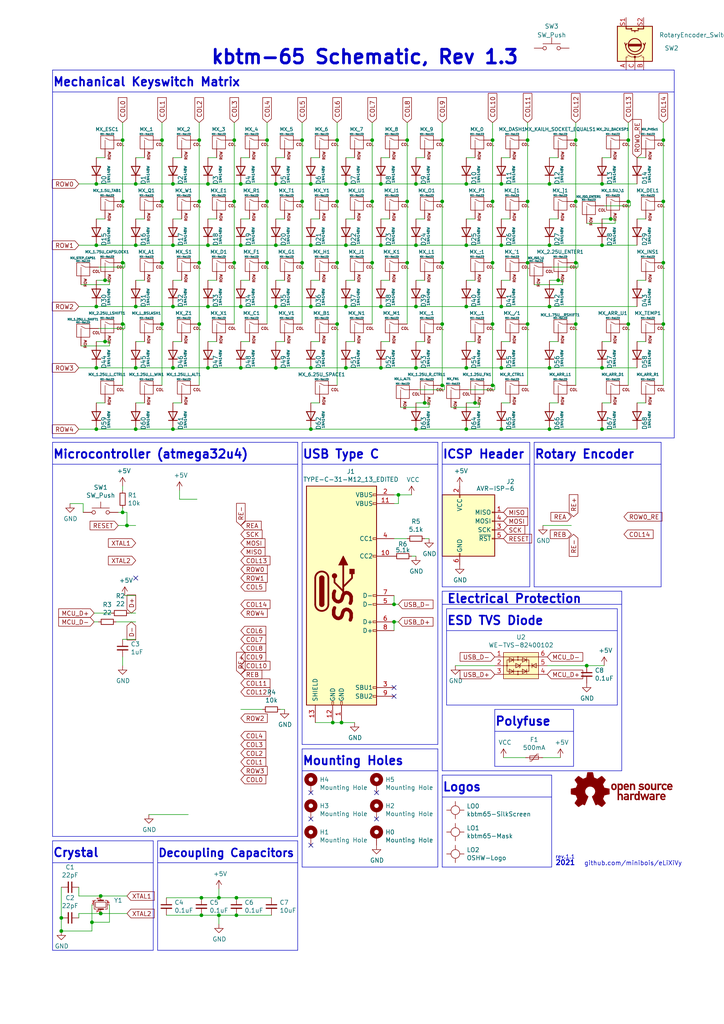
<source format=kicad_sch>
(kicad_sch (version 20230121) (generator eeschema)
  (paper "A4" portrait)
  (title_block (title "kbtm-65") (date "2023-11-24") (rev "1.3") (company "Full License: https://github.com/minibois/eLiXiVy/blob/master/LICENSE.txt") (comment 1 "of CERN_OHL-S v2 (https://ohwr.org/cern_ohl_s_v2.txt)") (comment 2 "You may redistribute and modify this source and make products using it under the terms") (comment 3 "This schematic describes Open Hardware and is licensed under the CERN-OHL-S v2.") (comment 4 "Copyright minibois 2021. Copyright bmc-labs 2023."))
  (junction (at 57.785 93.98))
  (junction (at 90.17 71.12))
  (junction (at 137.795 116.84))
  (junction (at 118.11 40.64))
  (junction (at 27.94 124.46))
  (junction (at 90.17 124.46))
  (junction (at 57.785 58.42))
  (junction (at 35.56 58.42))
  (junction (at 27.94 71.12))
  (junction (at 159.385 88.9))
  (junction (at 30.48 81.28))
  (junction (at 35.56 148.59))
  (junction (at 118.11 76.2))
  (junction (at 39.37 71.12))
  (junction (at 159.385 124.46))
  (junction (at 110.49 71.12))
  (junction (at 142.875 58.42))
  (junction (at 174.625 106.68))
  (junction (at 182.245 93.98))
  (junction (at 67.945 58.42))
  (junction (at 80.01 106.68))
  (junction (at 182.245 58.42))
  (junction (at 87.63 40.64))
  (junction (at 128.27 111.76))
  (junction (at 120.65 88.9))
  (junction (at 90.17 88.9))
  (junction (at 69.85 106.68))
  (junction (at 153.035 58.42))
  (junction (at 159.385 71.12))
  (junction (at 67.945 40.64))
  (junction (at 167.005 40.64))
  (junction (at 60.325 53.34))
  (junction (at 153.035 76.2))
  (junction (at 58.42 265.43))
  (junction (at 182.245 40.64))
  (junction (at 87.63 76.2))
  (junction (at 153.035 93.98))
  (junction (at 114.3 180.34))
  (junction (at 120.65 106.68))
  (junction (at 50.165 88.9))
  (junction (at 128.27 76.2))
  (junction (at 57.785 40.64))
  (junction (at 77.47 76.2))
  (junction (at 128.27 93.98))
  (junction (at 142.875 40.64))
  (junction (at 135.255 124.46))
  (junction (at 192.405 76.2))
  (junction (at 97.79 76.2))
  (junction (at 192.405 40.64))
  (junction (at 36.83 152.4))
  (junction (at 123.19 116.84))
  (junction (at 80.01 88.9))
  (junction (at 60.325 88.9))
  (junction (at 63.5 260.35))
  (junction (at 145.415 88.9))
  (junction (at 145.415 106.68))
  (junction (at 58.42 260.35))
  (junction (at 50.165 124.46))
  (junction (at 114.3 175.26))
  (junction (at 159.385 106.68))
  (junction (at 192.405 93.98))
  (junction (at 80.01 71.12))
  (junction (at 50.165 106.68))
  (junction (at 159.385 53.34))
  (junction (at 35.56 40.64))
  (junction (at 161.925 81.28))
  (junction (at 167.005 93.98))
  (junction (at 27.94 53.34))
  (junction (at 80.01 53.34))
  (junction (at 142.875 111.76))
  (junction (at 107.95 76.2))
  (junction (at 118.11 58.42))
  (junction (at 77.47 40.64))
  (junction (at 135.255 71.12))
  (junction (at 35.56 76.2))
  (junction (at 17.78 266.192))
  (junction (at 174.625 53.34))
  (junction (at 35.56 93.98))
  (junction (at 29.21 264.922))
  (junction (at 60.325 106.68))
  (junction (at 145.415 124.46))
  (junction (at 120.65 71.12))
  (junction (at 142.875 76.2))
  (junction (at 39.37 53.34))
  (junction (at 100.33 71.12))
  (junction (at 46.99 58.42))
  (junction (at 107.95 40.64))
  (junction (at 67.945 76.2))
  (junction (at 145.415 53.34))
  (junction (at 128.27 58.42))
  (junction (at 167.005 76.2))
  (junction (at 50.165 53.34))
  (junction (at 27.94 106.68))
  (junction (at 46.99 76.2))
  (junction (at 174.625 71.12))
  (junction (at 110.49 106.68))
  (junction (at 192.405 58.42))
  (junction (at 135.255 53.34))
  (junction (at 68.58 265.43))
  (junction (at 77.47 58.42))
  (junction (at 107.95 58.42))
  (junction (at 39.37 124.46))
  (junction (at 99.06 209.55))
  (junction (at 50.165 71.12))
  (junction (at 110.49 88.9))
  (junction (at 110.49 53.34))
  (junction (at 39.37 106.68))
  (junction (at 27.94 88.9))
  (junction (at 30.48 99.06))
  (junction (at 63.5 265.43))
  (junction (at 120.65 53.34))
  (junction (at 39.37 88.9))
  (junction (at 69.85 71.12))
  (junction (at 135.255 88.9))
  (junction (at 120.65 124.46))
  (junction (at 135.255 106.68))
  (junction (at 60.325 71.12))
  (junction (at 97.79 58.42))
  (junction (at 170.18 193.04))
  (junction (at 90.17 106.68))
  (junction (at 46.99 93.98))
  (junction (at 128.27 40.64))
  (junction (at 100.33 88.9))
  (junction (at 17.78 270.002))
  (junction (at 57.785 76.2))
  (junction (at 97.79 40.64))
  (junction (at 115.57 143.51))
  (junction (at 87.63 58.42))
  (junction (at 69.85 53.34))
  (junction (at 145.415 71.12))
  (junction (at 100.33 106.68))
  (junction (at 46.99 40.64))
  (junction (at 153.035 40.64))
  (junction (at 69.85 88.9))
  (junction (at 97.79 93.98))
  (junction (at 100.33 53.34))
  (junction (at 174.625 124.46))
  (junction (at 26.67 267.462))
  (junction (at 177.165 63.5))
  (junction (at 167.005 58.42))
  (junction (at 29.21 259.842))
  (junction (at 90.17 53.34))
  (junction (at 68.58 260.35))
  (junction (at 96.52 209.55))
  (junction (at 142.875 93.98))
  (no_connect (at 90.17 245.11))
  (no_connect (at 90.17 229.87))
  (no_connect (at 114.3 201.93))
  (no_connect (at 109.22 229.87))
  (no_connect (at 109.22 237.49))
  (no_connect (at 114.3 199.39))
  (no_connect (at 90.17 237.49))
  (no_connect (at 39.37 167.64))
  (wire (pts (xy 17.78 266.192) (xy 17.78 270.002)))
  (wire (pts (xy 187.325 81.28) (xy 184.785 81.28)))
  (wire (pts (xy 80.01 88.9) (xy 90.17 88.9)))
  (wire (pts (xy 41.91 99.06) (xy 39.37 99.06)))
  (wire (pts (xy 157.48 219.71) (xy 162.56 219.71)))
  (wire (pts (xy 135.89 113.03) (xy 143.51 113.03)))
  (polyline (pts (xy 15.24 128.27) (xy 15.24 242.57)))
  (wire (pts (xy 46.99 93.98) (xy 46.99 76.2)))
  (wire (pts (xy 39.37 124.46) (xy 50.165 124.46)))
  (wire (pts (xy 114.3 143.51) (xy 115.57 143.51)))
  (wire (pts (xy 161.925 45.72) (xy 159.385 45.72)))
  (wire (pts (xy 35.56 93.98) (xy 35.56 111.76)))
  (wire (pts (xy 57.785 58.42) (xy 57.785 76.2)))
  (wire (pts (xy 110.49 53.34) (xy 120.65 53.34)))
  (wire (pts (xy 96.52 209.55) (xy 99.06 209.55)))
  (wire (pts (xy 118.11 76.2) (xy 118.11 93.98)))
  (wire (pts (xy 147.955 81.28) (xy 145.415 81.28)))
  (polyline (pts (xy 166.37 205.74) (xy 166.37 222.25)))
  (wire (pts (xy 26.67 262.382) (xy 26.67 267.462)))
  (wire (pts (xy 41.91 81.28) (xy 39.37 81.28)))
  (wire (pts (xy 187.325 99.06) (xy 184.785 99.06)))
  (polyline (pts (xy 128.27 231.14) (xy 160.02 231.14)))
  (wire (pts (xy 87.63 40.64) (xy 87.63 35.56)))
  (wire (pts (xy 57.785 76.2) (xy 57.785 93.98)))
  (wire (pts (xy 192.405 93.98) (xy 192.405 76.2)))
  (wire (pts (xy 43.18 236.22) (xy 54.61 236.22)))
  (wire (pts (xy 107.95 76.2) (xy 107.95 58.42)))
  (wire (pts (xy 29.21 264.922) (xy 36.83 264.922)))
  (wire (pts (xy 118.11 35.56) (xy 118.11 40.64)))
  (wire (pts (xy 128.905 111.76) (xy 128.905 113.03)))
  (polyline (pts (xy 87.63 217.17) (xy 127 217.17)))
  (wire (pts (xy 161.925 63.5) (xy 159.385 63.5)))
  (wire (pts (xy 145.415 88.9) (xy 159.385 88.9)))
  (wire (pts (xy 82.55 45.72) (xy 80.01 45.72)))
  (wire (pts (xy 27.94 124.46) (xy 39.37 124.46)))
  (wire (pts (xy 69.85 205.74) (xy 76.2 205.74)))
  (wire (pts (xy 39.37 53.34) (xy 50.165 53.34)))
  (wire (pts (xy 135.255 124.46) (xy 145.415 124.46)))
  (wire (pts (xy 87.63 93.98) (xy 87.63 76.2)))
  (polyline (pts (xy 128.27 170.18) (xy 128.27 128.27)))
  (wire (pts (xy 62.865 99.06) (xy 60.325 99.06)))
  (wire (pts (xy 92.71 99.06) (xy 90.17 99.06)))
  (wire (pts (xy 22.86 53.34) (xy 27.94 53.34)))
  (polyline (pts (xy 15.24 20.32) (xy 15.24 127)))
  (wire (pts (xy 57.785 93.98) (xy 57.785 111.76)))
  (wire (pts (xy 69.85 53.34) (xy 80.01 53.34)))
  (wire (pts (xy 192.405 40.64) (xy 192.405 35.56)))
  (wire (pts (xy 46.99 111.76) (xy 46.99 93.98)))
  (wire (pts (xy 102.87 45.72) (xy 100.33 45.72)))
  (polyline (pts (xy 15.24 20.32) (xy 195.58 20.32)))
  (wire (pts (xy 60.325 106.68) (xy 69.85 106.68)))
  (wire (pts (xy 121.285 113.03) (xy 128.905 113.03)))
  (wire (pts (xy 77.47 76.2) (xy 77.47 93.98)))
  (wire (pts (xy 192.405 111.76) (xy 192.405 93.98)))
  (wire (pts (xy 174.625 71.12) (xy 184.785 71.12)))
  (wire (pts (xy 82.55 99.06) (xy 80.01 99.06)))
  (polyline (pts (xy 127 217.17) (xy 127 251.46)))
  (polyline (pts (xy 179.07 204.47) (xy 129.54 204.47)))
  (wire (pts (xy 146.05 219.71) (xy 152.4 219.71)))
  (wire (pts (xy 143.51 193.04) (xy 132.08 193.04)))
  (wire (pts (xy 137.795 81.28) (xy 135.255 81.28)))
  (wire (pts (xy 27.94 53.34) (xy 39.37 53.34)))
  (wire (pts (xy 187.325 45.72) (xy 184.785 45.72)))
  (wire (pts (xy 27.94 88.9) (xy 39.37 88.9)))
  (wire (pts (xy 30.48 99.06) (xy 31.75 99.06)))
  (wire (pts (xy 23.495 82.55) (xy 31.75 82.55)))
  (wire (pts (xy 60.325 71.12) (xy 69.85 71.12)))
  (wire (pts (xy 50.165 124.46) (xy 90.17 124.46)))
  (wire (pts (xy 118.11 58.42) (xy 118.11 76.2)))
  (wire (pts (xy 24.13 146.05) (xy 24.13 148.59)))
  (wire (pts (xy 123.19 99.06) (xy 120.65 99.06)))
  (wire (pts (xy 187.325 116.84) (xy 184.785 116.84)))
  (wire (pts (xy 163.195 81.28) (xy 163.195 82.55)))
  (wire (pts (xy 137.795 116.84) (xy 139.065 116.84)))
  (wire (pts (xy 142.875 40.64) (xy 142.875 58.42)))
  (polyline (pts (xy 191.77 128.27) (xy 191.77 170.18)))
  (wire (pts (xy 114.3 172.72) (xy 114.3 175.26)))
  (wire (pts (xy 99.06 209.55) (xy 102.87 209.55)))
  (polyline (pts (xy 127 215.9) (xy 87.63 215.9)))
  (wire (pts (xy 17.78 257.302) (xy 17.78 266.192)))
  (wire (pts (xy 97.79 93.98) (xy 97.79 111.76)))
  (wire (pts (xy 41.91 116.84) (xy 39.37 116.84)))
  (wire (pts (xy 50.165 53.34) (xy 60.325 53.34)))
  (wire (pts (xy 27.94 99.06) (xy 30.48 99.06)))
  (wire (pts (xy 182.245 58.42) (xy 182.88 58.42)))
  (polyline (pts (xy 154.94 134.62) (xy 191.77 134.62)))
  (polyline (pts (xy 87.63 134.62) (xy 127 134.62)))
  (wire (pts (xy 29.21 259.842) (xy 36.83 259.842)))
  (wire (pts (xy 113.03 99.06) (xy 110.49 99.06)))
  (wire (pts (xy 145.415 106.68) (xy 159.385 106.68)))
  (wire (pts (xy 35.56 142.24) (xy 35.56 140.97)))
  (wire (pts (xy 36.195 76.2) (xy 36.195 77.47)))
  (wire (pts (xy 97.79 35.56) (xy 97.79 40.64)))
  (wire (pts (xy 182.245 40.64) (xy 182.245 58.42)))
  (wire (pts (xy 170.18 193.04) (xy 175.26 193.04)))
  (polyline (pts (xy 128.27 128.27) (xy 153.67 128.27)))
  (wire (pts (xy 167.005 76.2) (xy 167.64 76.2)))
  (polyline (pts (xy 15.24 243.84) (xy 44.45 243.84)))
  (wire (pts (xy 182.245 35.56) (xy 182.245 40.64)))
  (wire (pts (xy 87.63 58.42) (xy 87.63 40.64)))
  (wire (pts (xy 128.27 58.42) (xy 128.27 40.64)))
  (wire (pts (xy 90.17 124.46) (xy 120.65 124.46)))
  (wire (pts (xy 161.925 116.84) (xy 159.385 116.84)))
  (wire (pts (xy 174.625 53.34) (xy 184.785 53.34)))
  (wire (pts (xy 36.83 152.4) (xy 34.29 152.4)))
  (wire (pts (xy 123.19 116.84) (xy 124.46 116.84)))
  (polyline (pts (xy 127 128.27) (xy 127 215.9)))
  (polyline (pts (xy 143.51 212.09) (xy 166.37 212.09)))
  (polyline (pts (xy 86.36 242.57) (xy 86.36 128.27)))
  (wire (pts (xy 72.39 99.06) (xy 69.85 99.06)))
  (wire (pts (xy 37.465 177.8) (xy 39.37 177.8)))
  (wire (pts (xy 102.87 99.06) (xy 100.33 99.06)))
  (wire (pts (xy 22.86 257.302) (xy 22.86 259.842)))
  (wire (pts (xy 123.19 81.28) (xy 120.65 81.28)))
  (wire (pts (xy 17.78 270.002) (xy 26.67 270.002)))
  (wire (pts (xy 32.385 177.8) (xy 27.305 177.8)))
  (wire (pts (xy 142.875 111.76) (xy 143.51 111.76)))
  (wire (pts (xy 153.035 111.76) (xy 153.035 93.98)))
  (wire (pts (xy 50.165 88.9) (xy 60.325 88.9)))
  (wire (pts (xy 159.385 124.46) (xy 174.625 124.46)))
  (wire (pts (xy 80.01 53.34) (xy 90.17 53.34)))
  (wire (pts (xy 62.865 81.28) (xy 60.325 81.28)))
  (wire (pts (xy 167.005 40.64) (xy 167.005 58.42)))
  (wire (pts (xy 31.75 267.462) (xy 31.75 262.382)))
  (wire (pts (xy 120.65 71.12) (xy 135.255 71.12)))
  (wire (pts (xy 114.3 180.34) (xy 115.57 180.34)))
  (polyline (pts (xy 45.72 243.84) (xy 86.36 243.84)))
  (wire (pts (xy 135.255 71.12) (xy 145.415 71.12)))
  (wire (pts (xy 39.37 106.68) (xy 50.165 106.68)))
  (polyline (pts (xy 127 251.46) (xy 87.63 251.46)))
  (wire (pts (xy 35.56 148.59) (xy 36.83 148.59)))
  (wire (pts (xy 52.07 142.24) (xy 52.07 144.78)))
  (polyline (pts (xy 15.24 134.62) (xy 86.36 134.62)))
  (wire (pts (xy 46.99 58.42) (xy 46.99 40.64)))
  (wire (pts (xy 167.64 76.2) (xy 167.64 77.47)))
  (wire (pts (xy 80.01 71.12) (xy 90.17 71.12)))
  (wire (pts (xy 114.3 146.05) (xy 115.57 146.05)))
  (wire (pts (xy 115.57 146.05) (xy 115.57 143.51)))
  (wire (pts (xy 174.625 106.68) (xy 184.785 106.68)))
  (wire (pts (xy 192.405 58.42) (xy 192.405 40.64)))
  (polyline (pts (xy 128.27 224.79) (xy 160.02 224.79)))
  (wire (pts (xy 57.785 35.56) (xy 57.785 40.64)))
  (wire (pts (xy 107.95 40.64) (xy 107.95 35.56)))
  (wire (pts (xy 90.17 71.12) (xy 100.33 71.12)))
  (polyline (pts (xy 128.27 223.52) (xy 180.34 223.52)))
  (wire (pts (xy 167.005 93.98) (xy 167.005 76.2)))
  (wire (pts (xy 123.19 156.21) (xy 124.46 156.21)))
  (wire (pts (xy 22.86 106.68) (xy 27.94 106.68)))
  (polyline (pts (xy 128.27 175.26) (xy 180.34 175.26)))
  (wire (pts (xy 159.385 81.28) (xy 161.925 81.28)))
  (wire (pts (xy 120.65 106.68) (xy 135.255 106.68)))
  (wire (pts (xy 120.65 88.9) (xy 135.255 88.9)))
  (polyline (pts (xy 15.24 127) (xy 195.58 127)))
  (wire (pts (xy 128.27 93.98) (xy 128.27 76.2)))
  (wire (pts (xy 153.035 93.98) (xy 153.035 76.2)))
  (wire (pts (xy 22.86 259.842) (xy 29.21 259.842)))
  (wire (pts (xy 67.945 58.42) (xy 67.945 40.64)))
  (wire (pts (xy 100.33 106.68) (xy 110.49 106.68)))
  (wire (pts (xy 170.18 64.77) (xy 178.435 64.77)))
  (wire (pts (xy 22.86 124.46) (xy 27.94 124.46)))
  (wire (pts (xy 60.325 53.34) (xy 69.85 53.34)))
  (wire (pts (xy 120.65 161.29) (xy 119.38 161.29)))
  (wire (pts (xy 187.325 63.5) (xy 184.785 63.5)))
  (wire (pts (xy 113.03 45.72) (xy 110.49 45.72)))
  (wire (pts (xy 67.945 93.98) (xy 67.945 76.2)))
  (wire (pts (xy 35.56 93.98) (xy 36.195 93.98)))
  (polyline (pts (xy 15.24 243.84) (xy 15.24 275.59)))
  (wire (pts (xy 78.74 265.43) (xy 68.58 265.43)))
  (wire (pts (xy 48.26 260.35) (xy 58.42 260.35)))
  (wire (pts (xy 110.49 106.68) (xy 120.65 106.68)))
  (wire (pts (xy 39.37 152.4) (xy 36.83 152.4)))
  (wire (pts (xy 81.28 205.74) (xy 82.55 205.74)))
  (wire (pts (xy 142.875 35.56) (xy 142.875 40.64)))
  (wire (pts (xy 145.415 53.34) (xy 159.385 53.34)))
  (wire (pts (xy 100.33 53.34) (xy 110.49 53.34)))
  (wire (pts (xy 128.27 111.76) (xy 128.27 93.98)))
  (polyline (pts (xy 154.94 128.27) (xy 191.77 128.27)))
  (wire (pts (xy 41.91 45.72) (xy 39.37 45.72)))
  (polyline (pts (xy 128.27 134.62) (xy 153.67 134.62)))
  (wire (pts (xy 115.57 143.51) (xy 119.38 143.51)))
  (wire (pts (xy 100.33 81.28) (xy 102.87 81.28)))
  (wire (pts (xy 77.47 40.64) (xy 77.47 58.42)))
  (polyline (pts (xy 87.63 217.17) (xy 87.63 251.46)))
  (wire (pts (xy 68.58 265.43) (xy 63.5 265.43)))
  (wire (pts (xy 35.56 40.64) (xy 35.56 58.42)))
  (wire (pts (xy 174.625 63.5) (xy 177.165 63.5)))
  (wire (pts (xy 147.955 116.84) (xy 145.415 116.84)))
  (wire (pts (xy 116.205 118.11) (xy 124.46 118.11)))
  (wire (pts (xy 31.75 267.462) (xy 26.67 267.462)))
  (wire (pts (xy 192.405 76.2) (xy 192.405 58.42)))
  (wire (pts (xy 159.385 99.06) (xy 161.925 99.06)))
  (wire (pts (xy 72.39 45.72) (xy 69.85 45.72)))
  (wire (pts (xy 63.5 260.35) (xy 63.5 257.81)))
  (wire (pts (xy 35.56 148.59) (xy 35.56 147.32)))
  (wire (pts (xy 30.48 63.5) (xy 27.94 63.5)))
  (polyline (pts (xy 87.63 128.27) (xy 87.63 215.9)))
  (wire (pts (xy 124.46 118.11) (xy 124.46 116.84)))
  (wire (pts (xy 135.255 53.34) (xy 145.415 53.34)))
  (wire (pts (xy 72.39 63.5) (xy 69.85 63.5)))
  (wire (pts (xy 159.385 53.34) (xy 174.625 53.34)))
  (wire (pts (xy 90.17 53.34) (xy 100.33 53.34)))
  (polyline (pts (xy 179.07 176.53) (xy 129.54 176.53)))
  (wire (pts (xy 72.39 81.28) (xy 69.85 81.28)))
  (wire (pts (xy 31.75 99.06) (xy 31.75 100.33)))
  (wire (pts (xy 147.955 45.72) (xy 145.415 45.72)))
  (wire (pts (xy 153.035 76.2) (xy 153.035 58.42)))
  (wire (pts (xy 77.47 58.42) (xy 77.47 76.2)))
  (wire (pts (xy 110.49 71.12) (xy 120.65 71.12)))
  (wire (pts (xy 62.865 63.5) (xy 60.325 63.5)))
  (polyline (pts (xy 45.72 275.59) (xy 86.36 275.59)))
  (wire (pts (xy 97.79 58.42) (xy 97.79 76.2)))
  (wire (pts (xy 153.035 58.42) (xy 153.035 40.64)))
  (wire (pts (xy 135.255 88.9) (xy 145.415 88.9)))
  (wire (pts (xy 114.3 156.21) (xy 118.11 156.21)))
  (wire (pts (xy 36.195 93.98) (xy 36.195 95.25)))
  (wire (pts (xy 145.415 124.46) (xy 159.385 124.46)))
  (wire (pts (xy 92.71 45.72) (xy 90.17 45.72)))
  (wire (pts (xy 58.42 265.43) (xy 48.26 265.43)))
  (wire (pts (xy 153.035 40.64) (xy 153.035 35.56)))
  (wire (pts (xy 69.85 106.68) (xy 80.01 106.68)))
  (wire (pts (xy 30.48 81.28) (xy 31.75 81.28)))
  (wire (pts (xy 97.79 40.64) (xy 97.79 58.42)))
  (wire (pts (xy 115.57 175.26) (xy 114.3 175.26)))
  (wire (pts (xy 46.99 40.64) (xy 46.99 35.56)))
  (polyline (pts (xy 128.27 171.45) (xy 128.27 223.52)))
  (wire (pts (xy 35.56 185.42) (xy 39.37 185.42)))
  (wire (pts (xy 123.19 45.72) (xy 120.65 45.72)))
  (wire (pts (xy 28.575 180.34) (xy 27.305 180.34)))
  (wire (pts (xy 120.65 116.84) (xy 123.19 116.84)))
  (wire (pts (xy 170.18 193.04) (xy 158.75 193.04)))
  (polyline (pts (xy 45.72 250.19) (xy 86.36 250.19)))
  (wire (pts (xy 28.575 77.47) (xy 36.195 77.47)))
  (wire (pts (xy 82.55 81.28) (xy 80.01 81.28)))
  (wire (pts (xy 137.795 45.72) (xy 135.255 45.72)))
  (polyline (pts (xy 15.24 242.57) (xy 86.36 242.57)))
  (wire (pts (xy 27.94 71.12) (xy 39.37 71.12)))
  (wire (pts (xy 35.56 35.56) (xy 35.56 40.64)))
  (wire (pts (xy 182.245 93.98) (xy 182.245 111.76)))
  (wire (pts (xy 23.495 100.33) (xy 31.75 100.33)))
  (wire (pts (xy 143.51 111.76) (xy 143.51 113.03)))
  (wire (pts (xy 52.07 144.78) (xy 57.15 144.78)))
  (wire (pts (xy 50.165 106.68) (xy 60.325 106.68)))
  (wire (pts (xy 58.42 260.35) (xy 63.5 260.35)))
  (wire (pts (xy 107.95 93.98) (xy 107.95 76.2)))
  (wire (pts (xy 97.79 76.2) (xy 97.79 93.98)))
  (wire (pts (xy 142.875 58.42) (xy 142.875 76.2)))
  (wire (pts (xy 123.19 63.5) (xy 120.65 63.5)))
  (wire (pts (xy 69.85 88.9) (xy 80.01 88.9)))
  (wire (pts (xy 118.11 40.64) (xy 118.11 58.42)))
  (wire (pts (xy 157.48 152.4) (xy 165.735 152.4)))
  (wire (pts (xy 167.005 111.76) (xy 167.005 93.98)))
  (polyline (pts (xy 86.36 128.27) (xy 15.24 128.27)))
  (polyline (pts (xy 15.24 250.19) (xy 44.45 250.19)))
  (wire (pts (xy 26.67 267.462) (xy 26.67 270.002)))
  (wire (pts (xy 82.55 63.5) (xy 80.01 63.5)))
  (wire (pts (xy 62.865 45.72) (xy 60.325 45.72)))
  (wire (pts (xy 27.94 81.28) (xy 30.48 81.28)))
  (wire (pts (xy 22.86 264.922) (xy 29.21 264.922)))
  (wire (pts (xy 128.27 40.64) (xy 128.27 35.56)))
  (wire (pts (xy 52.705 81.28) (xy 50.165 81.28)))
  (wire (pts (xy 159.385 71.12) (xy 174.625 71.12)))
  (wire (pts (xy 80.01 106.68) (xy 90.17 106.68)))
  (polyline (pts (xy 154.94 128.27) (xy 154.94 170.18)))
  (wire (pts (xy 67.945 76.2) (xy 67.945 58.42)))
  (wire (pts (xy 182.88 58.42) (xy 182.88 59.69)))
  (wire (pts (xy 35.56 190.5) (xy 35.56 193.04)))
  (wire (pts (xy 154.94 82.55) (xy 163.195 82.55)))
  (wire (pts (xy 137.795 99.06) (xy 135.255 99.06)))
  (wire (pts (xy 92.71 63.5) (xy 90.17 63.5)))
  (wire (pts (xy 22.86 88.9) (xy 27.94 88.9)))
  (wire (pts (xy 147.955 99.06) (xy 145.415 99.06)))
  (wire (pts (xy 90.17 88.9) (xy 100.33 88.9)))
  (wire (pts (xy 63.5 260.35) (xy 68.58 260.35)))
  (polyline (pts (xy 143.51 222.25) (xy 166.37 222.25)))
  (wire (pts (xy 52.705 45.72) (xy 50.165 45.72)))
  (wire (pts (xy 20.32 146.05) (xy 24.13 146.05)))
  (wire (pts (xy 110.49 88.9) (xy 120.65 88.9)))
  (wire (pts (xy 167.005 35.56) (xy 167.005 40.64)))
  (polyline (pts (xy 45.72 243.84) (xy 45.72 275.59)))
  (wire (pts (xy 35.56 76.2) (xy 35.56 93.98)))
  (wire (pts (xy 113.03 63.5) (xy 110.49 63.5)))
  (wire (pts (xy 159.385 106.68) (xy 174.625 106.68)))
  (polyline (pts (xy 44.45 275.59) (xy 15.24 275.59)))
  (wire (pts (xy 57.785 40.64) (xy 57.785 58.42)))
  (wire (pts (xy 36.83 152.4) (xy 36.83 148.59)))
  (wire (pts (xy 69.85 71.12) (xy 80.01 71.12)))
  (polyline (pts (xy 87.63 223.52) (xy 127 223.52)))
  (wire (pts (xy 39.37 88.9) (xy 50.165 88.9)))
  (polyline (pts (xy 128.27 224.79) (xy 128.27 251.46)))
  (wire (pts (xy 177.165 63.5) (xy 178.435 63.5)))
  (wire (pts (xy 177.165 116.84) (xy 174.625 116.84)))
  (wire (pts (xy 167.005 58.42) (xy 167.005 76.2)))
  (wire (pts (xy 147.955 63.5) (xy 145.415 63.5)))
  (wire (pts (xy 128.27 76.2) (xy 128.27 58.42)))
  (wire (pts (xy 67.945 40.64) (xy 67.945 35.56)))
  (wire (pts (xy 27.94 106.68) (xy 39.37 106.68)))
  (wire (pts (xy 52.705 116.84) (xy 50.165 116.84)))
  (wire (pts (xy 139.065 116.84) (xy 139.065 118.11)))
  (wire (pts (xy 46.99 76.2) (xy 46.99 58.42)))
  (wire (pts (xy 60.325 88.9) (xy 69.85 88.9)))
  (wire (pts (xy 100.33 88.9) (xy 110.49 88.9)))
  (wire (pts (xy 92.71 81.28) (xy 90.17 81.28)))
  (polyline (pts (xy 179.07 176.53) (xy 179.07 204.47)))
  (wire (pts (xy 41.91 63.5) (xy 39.37 63.5)))
  (polyline (pts (xy 166.37 205.74) (xy 143.51 205.74)))
  (wire (pts (xy 63.5 265.43) (xy 58.42 265.43)))
  (polyline (pts (xy 179.07 182.88) (xy 129.54 182.88)))
  (wire (pts (xy 142.875 93.98) (xy 142.875 111.76)))
  (wire (pts (xy 130.81 118.11) (xy 139.065 118.11)))
  (polyline (pts (xy 129.54 176.53) (xy 129.54 204.47)))
  (wire (pts (xy 92.71 116.84) (xy 90.17 116.84)))
  (wire (pts (xy 120.65 53.34) (xy 135.255 53.34)))
  (wire (pts (xy 39.37 71.12) (xy 50.165 71.12)))
  (wire (pts (xy 137.795 63.5) (xy 135.255 63.5)))
  (wire (pts (xy 175.26 59.69) (xy 182.88 59.69)))
  (wire (pts (xy 91.44 209.55) (xy 96.52 209.55)))
  (wire (pts (xy 177.165 99.06) (xy 174.625 99.06)))
  (polyline (pts (xy 86.36 243.84) (xy 86.36 275.59)))
  (wire (pts (xy 107.95 58.42) (xy 107.95 40.64)))
  (wire (pts (xy 128.27 111.76) (xy 128.905 111.76)))
  (wire (pts (xy 145.415 71.12) (xy 159.385 71.12)))
  (wire (pts (xy 30.48 116.84) (xy 27.94 116.84)))
  (wire (pts (xy 39.37 172.72) (xy 36.195 172.72)))
  (wire (pts (xy 135.255 106.68) (xy 145.415 106.68)))
  (wire (pts (xy 52.705 99.06) (xy 50.165 99.06)))
  (polyline (pts (xy 153.67 128.27) (xy 153.67 170.18)))
  (wire (pts (xy 77.47 35.56) (xy 77.47 40.64)))
  (polyline (pts (xy 154.94 170.18) (xy 191.77 170.18)))
  (wire (pts (xy 52.705 63.5) (xy 50.165 63.5)))
  (wire (pts (xy 160.02 77.47) (xy 167.64 77.47)))
  (wire (pts (xy 100.33 71.12) (xy 110.49 71.12)))
  (polyline (pts (xy 160.02 224.79) (xy 160.02 251.46)))
  (wire (pts (xy 178.435 63.5) (xy 178.435 64.77)))
  (wire (pts (xy 87.63 76.2) (xy 87.63 58.42)))
  (wire (pts (xy 31.75 81.28) (xy 31.75 82.55)))
  (wire (pts (xy 35.56 58.42) (xy 35.56 76.2)))
  (wire (pts (xy 114.3 180.34) (xy 114.3 182.88)))
  (wire (pts (xy 174.625 124.46) (xy 184.785 124.46)))
  (wire (pts (xy 110.49 81.28) (xy 113.03 81.28)))
  (polyline (pts (xy 195.58 20.32) (xy 195.58 127)))
  (wire (pts (xy 120.65 124.46) (xy 135.255 124.46)))
  (polyline (pts (xy 44.45 243.84) (xy 44.45 275.59)))
  (wire (pts (xy 28.575 95.25) (xy 36.195 95.25)))
  (wire (pts (xy 135.255 116.84) (xy 137.795 116.84)))
  (wire (pts (xy 22.86 266.192) (xy 22.86 264.922)))
  (wire (pts (xy 50.165 71.12) (xy 60.325 71.12)))
  (wire (pts (xy 30.48 45.72) (xy 27.94 45.72)))
  (polyline (pts (xy 15.24 26.67) (xy 195.58 26.67)))
  (wire (pts (xy 22.86 71.12) (xy 27.94 71.12)))
  (wire (pts (xy 159.385 88.9) (xy 184.785 88.9)))
  (wire (pts (xy 102.87 63.5) (xy 100.33 63.5)))
  (polyline (pts (xy 128.27 170.18) (xy 153.67 170.18)))
  (polyline (pts (xy 180.34 171.45) (xy 180.34 223.52)))
  (wire (pts (xy 90.17 106.68) (xy 100.33 106.68)))
  (polyline (pts (xy 87.63 128.27) (xy 127 128.27)))
  (wire (pts (xy 161.925 81.28) (xy 163.195 81.28)))
  (polyline (pts (xy 160.02 251.46) (xy 128.27 251.46)))
  (polyline (pts (xy 128.27 171.45) (xy 180.34 171.45)))
  (polyline (pts (xy 143.51 205.74) (xy 143.51 222.25)))
  (wire (pts (xy 33.655 180.34) (xy 39.37 180.34)))
  (wire (pts (xy 34.29 148.59) (xy 35.56 148.59)))
  (wire (pts (xy 142.875 76.2) (xy 142.875 93.98)))
  (wire (pts (xy 63.5 265.43) (xy 63.5 267.97)))
  (wire (pts (xy 177.165 45.72) (xy 174.625 45.72)))
  (wire (pts (xy 35.56 76.2) (xy 36.195 76.2)))
  (wire (pts (xy 68.58 260.35) (xy 78.74 260.35)))
  (wire (pts (xy 182.245 58.42) (xy 182.245 93.98)))
  (text "Crystal" (at 15.24 248.92 0) (effects (font (size 2.4892 2.4892) (thickness 0.4978) bold) (justify left bottom)))
  (text "Mechanical Keyswitch Matrix" (at 15.24 25.4 0) (effects (font (size 2.4892 2.4892) (thickness 0.4978) bold) (justify left bottom)))
  (text "Decoupling Capacitors" (at 45.72 248.92 0) (effects (font (size 2.3114 2.3114) (thickness 0.4623) bold) (justify left bottom)))
  (text "Electrical Protection" (at 129.54 175.26 0) (effects (font (size 2.4892 2.4892) (thickness 0.4978) bold) (justify left bottom)))
  (text "Rotary Encoder" (at 154.94 133.35 0) (effects (font (size 2.4892 2.4892) (thickness 0.4978) bold) (justify left bottom)))
  (text "kbtm-65 Schematic, Rev 1.3" (at 60.96 19.05 0) (effects (font (size 3.9878 3.9878) (thickness 0.7976) bold) (justify left bottom)))
  (text "github.com/minibois/eLiXiVy" (at 169.418 251.2568 0) (effects (font (size 1.2954 1.2954)) (justify left bottom)))
  (text "ICSP Header" (at 128.27 133.35 0) (effects (font (size 2.4892 2.4892) (thickness 0.4978) bold) (justify left bottom)))
  (text "ESD TVS Diode" (at 129.54 181.61 0) (effects (font (size 2.4892 2.4892) (thickness 0.4978) bold) (justify left bottom)))
  (text "2021" (at 161.036 251.206 0) (effects (font (size 1.4478 1.4478) (thickness 0.2896) bold) (justify left bottom)))
  (text "Logos" (at 128.27 229.87 0) (effects (font (size 2.4892 2.4892) (thickness 0.4978) bold) (justify left bottom)))
  (text "Mounting Holes" (at 87.63 222.25 0) (effects (font (size 2.4892 2.4892) (thickness 0.4978) bold) (justify left bottom)))
  (text "Microcontroller (atmega32u4)" (at 15.24 133.35 0) (effects (font (size 2.4892 2.4892) (thickness 0.4978) bold) (justify left bottom)))
  (text "rev.1.1" (at 161.036 249.301 0) (effects (font (size 1.0922 1.0922)) (justify left bottom)))
  (text "USB Type C" (at 87.63 133.35 0) (effects (font (size 2.4892 2.4892) (thickness 0.4978) bold) (justify left bottom)))
  (text "Polyfuse" (at 143.51 210.82 0) (effects (font (size 2.4892 2.4892) (thickness 0.4978) bold) (justify left bottom)))
  (global_label "COL5" (shape input) (at 69.85 170.18 0) (property "Intersheetrefs" "${INTERSHEET_REFS}" (effects hide)))
  (global_label "COL9" (shape input) (at 128.27 35.56 90) (property "Intersheetrefs" "${INTERSHEET_REFS}" (effects hide)))
  (global_label "COL5" (shape input) (at 87.63 35.56 90) (property "Intersheetrefs" "${INTERSHEET_REFS}" (effects hide)))
  (global_label "RE+" (shape input) (at 69.85 195.58 90) (property "Intersheetrefs" "${INTERSHEET_REFS}" (effects hide)))
  (global_label "D+" (shape input) (at 38.1 177.8 90) (property "Intersheetrefs" "${INTERSHEET_REFS}" (effects hide)))
  (global_label "ROW3" (shape input) (at 69.85 223.52 0) (property "Intersheetrefs" "${INTERSHEET_REFS}" (effects hide)))
  (global_label "ROW2" (shape input) (at 22.86 88.9 180) (property "Intersheetrefs" "${INTERSHEET_REFS}" (effects hide)))
  (global_label "REB" (shape input) (at 165.735 154.94 180) (property "Intersheetrefs" "${INTERSHEET_REFS}" (effects hide)))
  (global_label "COL8" (shape input) (at 69.85 187.96 0) (property "Intersheetrefs" "${INTERSHEET_REFS}" (effects hide)))
  (global_label "COL12" (shape input) (at 167.005 35.56 90) (property "Intersheetrefs" "${INTERSHEET_REFS}" (effects hide)))
  (global_label "ROW0_RE" (shape input) (at 184.785 45.72 90) (property "Intersheetrefs" "${INTERSHEET_REFS}" (effects hide)))
  (global_label "COL3" (shape input) (at 69.85 215.9 0) (property "Intersheetrefs" "${INTERSHEET_REFS}" (effects hide)))
  (global_label "D-" (shape input) (at 38.1 180.34 270) (property "Intersheetrefs" "${INTERSHEET_REFS}" (effects hide)))
  (global_label "REA" (shape input) (at 69.85 152.4 0) (property "Intersheetrefs" "${INTERSHEET_REFS}" (effects hide)))
  (global_label "COL9" (shape input) (at 69.85 190.5 0) (property "Intersheetrefs" "${INTERSHEET_REFS}" (effects hide)))
  (global_label "COL4" (shape input) (at 77.47 35.56 90) (property "Intersheetrefs" "${INTERSHEET_REFS}" (effects hide)))
  (global_label "COL14" (shape input) (at 69.85 175.26 0) (property "Intersheetrefs" "${INTERSHEET_REFS}" (effects hide)))
  (global_label "RE-" (shape input) (at 166.37 154.94 270) (property "Intersheetrefs" "${INTERSHEET_REFS}" (effects hide)))
  (global_label "MOSI" (shape input) (at 69.85 157.48 0) (property "Intersheetrefs" "${INTERSHEET_REFS}" (effects hide)))
  (global_label "COL2" (shape input) (at 69.85 218.44 0) (property "Intersheetrefs" "${INTERSHEET_REFS}" (effects hide)))
  (global_label "COL10" (shape input) (at 142.875 35.56 90) (property "Intersheetrefs" "${INTERSHEET_REFS}" (effects hide)))
  (global_label "COL14" (shape input) (at 192.405 35.56 90) (property "Intersheetrefs" "${INTERSHEET_REFS}" (effects hide)))
  (global_label "MOSI" (shape input) (at 146.05 151.13 0) (property "Intersheetrefs" "${INTERSHEET_REFS}" (effects hide)))
  (global_label "COL7" (shape input) (at 107.95 35.56 90) (property "Intersheetrefs" "${INTERSHEET_REFS}" (effects hide)))
  (global_label "MCU_D-" (shape input) (at 27.305 180.34 180) (property "Intersheetrefs" "${INTERSHEET_REFS}" (effects hide)))
  (global_label "RESET" (shape input) (at 146.05 156.21 0) (property "Intersheetrefs" "${INTERSHEET_REFS}" (effects hide)))
  (global_label "XTAL1" (shape input) (at 39.37 157.48 180) (property "Intersheetrefs" "${INTERSHEET_REFS}" (effects hide)))
  (global_label "ROW0" (shape input) (at 22.86 53.34 180) (property "Intersheetrefs" "${INTERSHEET_REFS}" (effects hide)))
  (global_label "COL4" (shape input) (at 69.85 213.36 0) (property "Intersheetrefs" "${INTERSHEET_REFS}" (effects hide)))
  (global_label "COL6" (shape input) (at 97.79 35.56 90) (property "Intersheetrefs" "${INTERSHEET_REFS}" (effects hide)))
  (global_label "ROW0_RE" (shape input) (at 180.975 149.86 0) (property "Intersheetrefs" "${INTERSHEET_REFS}" (effects hide)))
  (global_label "COL11" (shape input) (at 153.035 35.56 90) (property "Intersheetrefs" "${INTERSHEET_REFS}" (effects hide)))
  (global_label "MCU_D-" (shape input) (at 158.75 190.5 0) (property "Intersheetrefs" "${INTERSHEET_REFS}" (effects hide)))
  (global_label "USB_D-" (shape input) (at 115.57 175.26 0) (property "Intersheetrefs" "${INTERSHEET_REFS}" (effects hide)))
  (global_label "RE+" (shape input) (at 166.37 149.86 90) (property "Intersheetrefs" "${INTERSHEET_REFS}" (effects hide)))
  (global_label "COL0" (shape input) (at 69.85 226.06 0) (property "Intersheetrefs" "${INTERSHEET_REFS}" (effects hide)))
  (global_label "XTAL1" (shape input) (at 36.83 259.842 0) (property "Intersheetrefs" "${INTERSHEET_REFS}" (effects hide)))
  (global_label "XTAL2" (shape input) (at 36.83 264.922 0) (property "Intersheetrefs" "${INTERSHEET_REFS}" (effects hide)))
  (global_label "RE-" (shape input) (at 69.85 152.4 90) (property "Intersheetrefs" "${INTERSHEET_REFS}" (effects hide)))
  (global_label "XTAL2" (shape input) (at 39.37 162.56 180) (property "Intersheetrefs" "${INTERSHEET_REFS}" (effects hide)))
  (global_label "COL6" (shape input) (at 69.85 182.88 0) (property "Intersheetrefs" "${INTERSHEET_REFS}" (effects hide)))
  (global_label "ROW2" (shape input) (at 69.85 208.28 0) (property "Intersheetrefs" "${INTERSHEET_REFS}" (effects hide)))
  (global_label "MCU_D+" (shape input) (at 158.75 195.58 0) (property "Intersheetrefs" "${INTERSHEET_REFS}" (effects hide)))
  (global_label "MISO" (shape input) (at 146.05 148.59 0) (property "Intersheetrefs" "${INTERSHEET_REFS}" (effects hide)))
  (global_label "ROW1" (shape input) (at 69.85 167.64 0) (property "Intersheetrefs" "${INTERSHEET_REFS}" (effects hide)))
  (global_label "COL7" (shape input) (at 69.85 185.42 0) (property "Intersheetrefs" "${INTERSHEET_REFS}" (effects hide)))
  (global_label "COL12" (shape input) (at 69.85 200.66 0) (property "Intersheetrefs" "${INTERSHEET_REFS}" (effects hide)))
  (global_label "MISO" (shape input) (at 69.85 160.02 0) (property "Intersheetrefs" "${INTERSHEET_REFS}" (effects hide)))
  (global_label "COL10" (shape input) (at 69.85 193.04 0) (property "Intersheetrefs" "${INTERSHEET_REFS}" (effects hide)))
  (global_label "COL11" (shape input) (at 69.85 198.12 0) (property "Intersheetrefs" "${INTERSHEET_REFS}" (effects hide)))
  (global_label "ROW4" (shape input) (at 22.86 124.46 180) (property "Intersheetrefs" "${INTERSHEET_REFS}" (effects hide)))
  (global_label "MCU_D+" (shape input) (at 27.305 177.8 180) (property "Intersheetrefs" "${INTERSHEET_REFS}" (effects hide)))
  (global_label "USB_D+" (shape input) (at 115.57 180.34 0) (property "Intersheetrefs" "${INTERSHEET_REFS}" (effects hide)))
  (global_label "COL1" (shape input) (at 69.85 220.98 0) (property "Intersheetrefs" "${INTERSHEET_REFS}" (effects hide)))
  (global_label "COL8" (shape input) (at 118.11 35.56 90) (property "Intersheetrefs" "${INTERSHEET_REFS}" (effects hide)))
  (global_label "REB" (shape input) (at 69.85 195.58 0) (property "Intersheetrefs" "${INTERSHEET_REFS}" (effects hide)))
  (global_label "ROW4" (shape input) (at 69.85 177.8 0) (property "Intersheetrefs" "${INTERSHEET_REFS}" (effects hide)))
  (global_label "SCK" (shape input) (at 146.05 153.67 0) (property "Intersheetrefs" "${INTERSHEET_REFS}" (effects hide)))
  (global_label "USB_D-" (shape input) (at 143.51 190.5 180) (property "Intersheetrefs" "${INTERSHEET_REFS}" (effects hide)))
  (global_label "COL3" (shape input) (at 67.945 35.56 90) (property "Intersheetrefs" "${INTERSHEET_REFS}" (effects hide)))
  (global_label "ROW1" (shape input) (at 22.86 71.12 180) (property "Intersheetrefs" "${INTERSHEET_REFS}" (effects hide)))
  (global_label "COL0" (shape input) (at 35.56 35.56 90) (property "Intersheetrefs" "${INTERSHEET_REFS}" (effects hide)))
  (global_label "COL13" (shape input) (at 69.85 162.56 0) (property "Intersheetrefs" "${INTERSHEET_REFS}" (effects hide)))
  (global_label "ROW0" (shape input) (at 69.85 165.1 0) (property "Intersheetrefs" "${INTERSHEET_REFS}" (effects hide)))
  (global_label "USB_D+" (shape input) (at 143.51 195.58 180) (property "Intersheetrefs" "${INTERSHEET_REFS}" (effects hide)))
  (global_label "COL1" (shape input) (at 46.99 35.56 90) (property "Intersheetrefs" "${INTERSHEET_REFS}" (effects hide)))
  (global_label "COL14" (shape input) (at 180.975 154.94 0) (property "Intersheetrefs" "${INTERSHEET_REFS}" (effects hide)))
  (global_label "SCK" (shape input) (at 69.85 154.94 0) (property "Intersheetrefs" "${INTERSHEET_REFS}" (effects hide)))
  (global_label "REA" (shape input) (at 165.735 149.86 180) (property "Intersheetrefs" "${INTERSHEET_REFS}" (effects hide)))
  (global_label "ROW3" (shape input) (at 22.86 106.68 180) (property "Intersheetrefs" "${INTERSHEET_REFS}" (effects hide)))
  (global_label "RESET" (shape input) (at 34.29 152.4 180) (property "Intersheetrefs" "${INTERSHEET_REFS}" (effects hide)))
  (global_label "COL2" (shape input) (at 57.785 35.56 90) (property "Intersheetrefs" "${INTERSHEET_REFS}" (effects hide)))
  (global_label "COL13" (shape input) (at 182.245 35.56 90) (property "Intersheetrefs" "${INTERSHEET_REFS}" (effects hide)))
  (symbol (lib_id "MCU_Microchip_ATmega:ATmega32U4-AU") (at 54.61 190.5 0) (unit 1)
    (property "Reference" "U1" (at 54.61 238.4806 0))
    (property "Value" "ATmega32U4-AU" (at 54.61 240.792 0))
    (property "Footprint" "mini-general-tweaks:TQFP-44_10x10mm_P0.8mm_ATmega32U4" (effects hide))
    (property "Datasheet" "http://ww1.microchip.com/downloads/en/DeviceDoc/Atmel-7766-8-bit-AVR-ATmega16U4-32U4_Datasheet.pdf" (effects hide))
  )
  (symbol (lib_id "power:+5V") (at 52.07 142.24 0) (unit 1)
    (property "Reference" "#PWR0110" (effects hide))
    (property "Value" "+5V" (at 52.451 137.8458 0))
  )
  (symbol (lib_id "power:GND") (at 43.18 236.22 0) (unit 1)
    (property "Reference" "#PWR0109" (effects hide))
    (property "Value" "GND" (at 43.307 240.6142 0))
  )
  (symbol (lib_id "Device:R_Small") (at 78.74 205.74 270) (unit 1)
    (property "Reference" "R4" (at 78.74 200.7616 90))
    (property "Value" "10k" (at 78.74 203.073 90))
    (property "Footprint" "Resistor_SMD:R_0805_2012Metric" (effects hide))
  )
  (symbol (lib_id "power:GND") (at 82.55 205.74 0) (unit 1)
    (property "Reference" "#PWR0104" (effects hide))
    (property "Value" "GND" (at 82.677 210.1342 0))
  )
  (symbol (lib_id "Device:R_Small") (at 34.925 177.8 270) (unit 1)
    (property "Reference" "R2" (at 34.925 172.8216 90))
    (property "Value" "22" (at 34.925 175.133 90))
    (property "Footprint" "Resistor_SMD:R_0805_2012Metric" (effects hide))
  )
  (symbol (lib_id "Device:R_Small") (at 31.115 180.34 270) (unit 1)
    (property "Reference" "R3" (at 31.115 175.3616 90))
    (property "Value" "22" (at 31.115 177.673 90))
    (property "Footprint" "Resistor_SMD:R_0805_2012Metric" (effects hide))
  )
  (symbol (lib_id "Device:C_Small") (at 35.56 187.96 0) (unit 1)
    (property "Reference" "C3" (at 37.8968 186.7916 0) (effects (justify left)))
    (property "Value" "1uF" (at 37.8968 189.103 0) (effects (justify left)))
    (property "Footprint" "Capacitor_SMD:C_0805_2012Metric" (effects hide))
  )
  (symbol (lib_id "power:GND") (at 35.56 193.04 0) (unit 1)
    (property "Reference" "#PWR0108" (effects hide))
    (property "Value" "GND" (at 35.687 197.4342 0))
  )
  (symbol (lib_id "power:GND") (at 63.5 267.97 0) (unit 1)
    (property "Reference" "#PWR0111" (effects hide))
    (property "Value" "GND" (at 63.627 272.3642 0))
  )
  (symbol (lib_id "power:+5V") (at 63.5 257.81 0) (unit 1)
    (property "Reference" "#PWR0112" (effects hide))
    (property "Value" "+5V" (at 63.881 253.4158 0))
  )
  (symbol (lib_id "Device:C_Small") (at 58.42 262.89 0) (unit 1)
    (property "Reference" "C5" (at 60.7568 261.7216 0) (effects (justify left)))
    (property "Value" "0.1uF" (at 60.7568 264.033 0) (effects (justify left)))
    (property "Footprint" "Capacitor_SMD:C_0805_2012Metric" (effects hide))
  )
  (symbol (lib_id "Device:C_Small") (at 68.58 262.89 0) (unit 1)
    (property "Reference" "C6" (at 70.9168 261.7216 0) (effects (justify left)))
    (property "Value" "0.1uF" (at 70.9168 264.033 0) (effects (justify left)))
    (property "Footprint" "Capacitor_SMD:C_0805_2012Metric" (effects hide))
  )
  (symbol (lib_id "Device:C_Small") (at 48.26 262.89 0) (unit 1)
    (property "Reference" "C4" (at 50.5968 261.7216 0) (effects (justify left)))
    (property "Value" "0.1uF" (at 50.5968 264.033 0) (effects (justify left)))
    (property "Footprint" "Capacitor_SMD:C_0805_2012Metric" (effects hide))
  )
  (symbol (lib_id "Device:C_Small") (at 78.74 262.89 0) (unit 1)
    (property "Reference" "C7" (at 81.0768 261.7216 0) (effects (justify left)))
    (property "Value" "10uF" (at 81.0768 264.033 0) (effects (justify left)))
    (property "Footprint" "Capacitor_SMD:C_0805_2012Metric" (effects hide))
  )
  (symbol (lib_id "power:+5V") (at 36.195 172.72 0) (unit 1)
    (property "Reference" "#PWR0107" (effects hide))
    (property "Value" "+5V" (at 36.576 168.3258 0))
  )
  (symbol (lib_id "Device:Crystal_GND24_Small") (at 29.21 262.382 270) (unit 1)
    (property "Reference" "Y1" (at 33.02 261.112 90) (effects (justify left)))
    (property "Value" "Crystal_GND24_Small" (effects hide))
    (property "Footprint" "Crystal:Crystal_SMD_3225-4Pin_3.2x2.5mm" (effects hide))
  )
  (symbol (lib_id "Device:C_Small") (at 20.32 257.302 270) (unit 1)
    (property "Reference" "C1" (at 20.32 251.4854 90))
    (property "Value" "22pF" (at 20.32 253.7968 90))
    (property "Footprint" "Capacitor_SMD:C_0805_2012Metric" (effects hide))
  )
  (symbol (lib_id "Device:C_Small") (at 20.32 266.192 270) (unit 1)
    (property "Reference" "C2" (at 20.32 260.3754 90))
    (property "Value" "22pF" (at 20.32 262.6868 90))
    (property "Footprint" "Capacitor_SMD:C_0805_2012Metric" (effects hide))
  )
  (symbol (lib_id "power:GND") (at 17.78 270.002 0) (unit 1)
    (property "Reference" "#PWR0113" (effects hide))
    (property "Value" "GND" (at 17.907 274.3962 0))
  )
  (symbol (lib_id "power:GND") (at 20.32 146.05 0) (unit 1)
    (property "Reference" "#PWR0106" (effects hide))
    (property "Value" "GND" (at 20.447 150.4442 0))
  )
  (symbol (lib_id "Switch:SW_Push") (at 29.21 148.59 0) (unit 1)
    (property "Reference" "SW1" (at 29.21 141.351 0))
    (property "Value" "SW_Push" (at 29.21 143.6624 0))
    (property "Footprint" "random-keyboard-parts:SKQG-1155865" (effects hide))
  )
  (symbol (lib_id "mini-eLiXiVy-rescue:MX-NoLED-MX_Alps_Hybrid") (at 43.18 59.69 0) (unit 1)
    (property "Reference" "MX_Q1" (at 42.4688 55.2704 0) (effects (font (size 0.9906 0.9906))))
    (property "Value" "MX-NoLED" (at 42.5196 56.6674 0) (effects (font (size 0.508 0.508))))
    (property "Footprint" "mini-MX-Tweaks:MXOnly-1U-NoLED_tweak" (effects hide))
  )
  (symbol (lib_id "mini-eLiXiVy-rescue:MX-NoLED-MX_Alps_Hybrid") (at 31.75 59.69 0) (unit 1)
    (property "Reference" "MX_1.5U_TAB1" (at 31.0388 55.2704 0) (effects (font (size 0.762 0.762))))
    (property "Value" "MX-NoLED" (at 31.0896 56.6674 0) (effects (font (size 0.508 0.508))))
    (property "Footprint" "mini-MX-Tweaks:MXOnly-1.5U-NoLED_tweak" (effects hide))
  )
  (symbol (lib_id "mini-eLiXiVy-rescue:MX-NoLED-MX_Alps_Hybrid") (at 43.18 77.47 0) (unit 1)
    (property "Reference" "MX_A1" (at 42.4688 73.0504 0) (effects (font (size 0.9906 0.9906))))
    (property "Value" "MX-NoLED" (at 42.5196 74.4474 0) (effects (font (size 0.508 0.508))))
    (property "Footprint" "mini-MX-Tweaks:MXOnly-1U-NoLED_tweak" (effects hide))
  )
  (symbol (lib_id "mini-eLiXiVy-rescue:MX-NoLED-MX_Alps_Hybrid") (at 31.75 77.47 0) (unit 1)
    (property "Reference" "MX_1.75U_CAPSLOCK1" (at 31.0388 73.0504 0) (effects (font (size 0.762 0.762))))
    (property "Value" "MX-NoLED" (at 31.0896 74.4474 0) (effects (font (size 0.508 0.508))))
    (property "Footprint" "mini-MX-Tweaks:MXOnly-1.75U-NoLED_tweak" (effects hide))
  )
  (symbol (lib_id "mini-eLiXiVy-rescue:MX-NoLED-MX_Alps_Hybrid") (at 53.975 95.25 0) (unit 1)
    (property "Reference" "MX_Z1" (at 53.2638 90.8304 0) (effects (font (size 0.9906 0.9906))))
    (property "Value" "MX-NoLED" (at 53.3146 92.2274 0) (effects (font (size 0.508 0.508))))
    (property "Footprint" "mini-MX-Tweaks:MXOnly-1U-NoLED_tweak" (effects hide))
  )
  (symbol (lib_id "mini-eLiXiVy-rescue:MX-NoLED-MX_Alps_Hybrid") (at 31.75 95.25 0) (unit 1)
    (property "Reference" "MX_2.25U_LSHIFT1" (at 31.0388 90.8304 0) (effects (font (size 0.762 0.762))))
    (property "Value" "MX-NoLED" (at 31.0896 92.2274 0) (effects (font (size 0.508 0.508))))
    (property "Footprint" "mini-MX-Tweaks:MXOnly-2.25U-NoLED_tweak" (effects hide))
  )
  (symbol (lib_id "Device:R_Small") (at 35.56 144.78 0) (unit 1)
    (property "Reference" "R1" (at 37.0586 143.6116 0) (effects (justify left)))
    (property "Value" "10k" (at 37.0586 145.923 0) (effects (justify left)))
    (property "Footprint" "Resistor_SMD:R_0805_2012Metric" (effects hide))
  )
  (symbol (lib_id "power:+5V") (at 35.56 140.97 0) (unit 1)
    (property "Reference" "#PWR0105" (effects hide))
    (property "Value" "+5V" (at 35.941 136.5758 0))
  )
  (symbol (lib_id "Device:Polyfuse_Small") (at 154.94 219.71 270) (unit 1)
    (property "Reference" "F1" (at 154.94 214.503 90))
    (property "Value" "500mA" (at 154.94 216.8144 90))
    (property "Footprint" "Fuse:Fuse_1206_3216Metric" (effects hide))
  )
  (symbol (lib_id "power:VCC") (at 119.38 143.51 0) (unit 1)
    (property "Reference" "#PWR0103" (effects hide))
    (property "Value" "VCC" (at 119.8118 139.1158 0))
  )
  (symbol (lib_id "power:+5V") (at 162.56 219.71 0) (unit 1)
    (property "Reference" "#PWR0102" (effects hide))
    (property "Value" "+5V" (at 162.941 215.3158 0))
  )
  (symbol (lib_id "mini-eLiXiVy-rescue:MX-NoLED-MX_Alps_Hybrid") (at 31.75 41.91 0) (unit 1)
    (property "Reference" "MX_ESC1" (at 31.0388 37.4904 0) (effects (font (size 0.9906 0.9906))))
    (property "Value" "MX-NoLED" (at 31.0896 38.8874 0) (effects (font (size 0.508 0.508))))
    (property "Footprint" "mini-MX-Tweaks:MXOnly-1U-NoLED_tweak" (effects hide))
  )
  (symbol (lib_id "mini-eLiXiVy-rescue:MX-NoLED-MX_Alps_Hybrid") (at 43.18 41.91 0) (unit 1)
    (property "Reference" "MX_1" (at 42.4688 37.4904 0) (effects (font (size 0.9906 0.9906))))
    (property "Value" "MX-NoLED" (at 42.5196 38.8874 0) (effects (font (size 0.508 0.508))))
    (property "Footprint" "mini-MX-Tweaks:MXOnly-1U-NoLED_tweak" (effects hide))
  )
  (symbol (lib_id "mini-eLiXiVy-rescue:MX-NoLED-MX_Alps_Hybrid") (at 31.75 113.03 0) (unit 1)
    (property "Reference" "MX_1.25U_L_CTRL1" (at 31.0388 108.6104 0) (effects (font (size 0.762 0.762))))
    (property "Value" "MX-NoLED" (at 31.0896 110.0074 0) (effects (font (size 0.508 0.508))))
    (property "Footprint" "mini-MX-Tweaks:MXOnly-1.25U-NoLED_tweak" (effects hide))
  )
  (symbol (lib_id "mini-eLiXiVy-rescue:MX-NoLED-MX_Alps_Hybrid") (at 43.18 113.03 0) (unit 1)
    (property "Reference" "MX_1.25U_L_WIN1" (at 42.4688 108.6104 0) (effects (font (size 0.762 0.762))))
    (property "Value" "MX-NoLED" (at 42.5196 110.0074 0) (effects (font (size 0.508 0.508))))
    (property "Footprint" "mini-MX-Tweaks:MXOnly-1.25U-NoLED_tweak" (effects hide))
  )
  (symbol (lib_id "mini-eLiXiVy-rescue:MX-NoLED-MX_Alps_Hybrid") (at 53.975 59.69 0) (unit 1)
    (property "Reference" "MX_W1" (at 53.2638 55.2704 0) (effects (font (size 0.9906 0.9906))))
    (property "Value" "MX-NoLED" (at 53.3146 56.6674 0) (effects (font (size 0.508 0.508))))
    (property "Footprint" "mini-MX-Tweaks:MXOnly-1U-NoLED_tweak" (effects hide))
  )
  (symbol (lib_id "mini-eLiXiVy-rescue:MX-NoLED-MX_Alps_Hybrid") (at 64.135 59.69 0) (unit 1)
    (property "Reference" "MX_E1" (at 63.4238 55.2704 0) (effects (font (size 0.9906 0.9906))))
    (property "Value" "MX-NoLED" (at 63.4746 56.6674 0) (effects (font (size 0.508 0.508))))
    (property "Footprint" "mini-MX-Tweaks:MXOnly-1U-NoLED_tweak" (effects hide))
  )
  (symbol (lib_id "mini-eLiXiVy-rescue:MX-NoLED-MX_Alps_Hybrid") (at 53.975 41.91 0) (unit 1)
    (property "Reference" "MX_2" (at 53.2638 37.4904 0) (effects (font (size 0.9906 0.9906))))
    (property "Value" "MX-NoLED" (at 53.3146 38.8874 0) (effects (font (size 0.508 0.508))))
    (property "Footprint" "mini-MX-Tweaks:MXOnly-1U-NoLED_tweak" (effects hide))
  )
  (symbol (lib_id "mini-eLiXiVy-rescue:MX-NoLED-MX_Alps_Hybrid") (at 64.135 41.91 0) (unit 1)
    (property "Reference" "MX_3" (at 63.4238 37.4904 0) (effects (font (size 0.9906 0.9906))))
    (property "Value" "MX-NoLED" (at 63.4746 38.8874 0) (effects (font (size 0.508 0.508))))
    (property "Footprint" "mini-MX-Tweaks:MXOnly-1U-NoLED_tweak" (effects hide))
  )
  (symbol (lib_id "mini-eLiXiVy-rescue:MX-NoLED-MX_Alps_Hybrid") (at 53.975 113.03 0) (unit 1)
    (property "Reference" "MX_1.25U_L_ALT1" (at 53.2638 108.6104 0) (effects (font (size 0.762 0.762))))
    (property "Value" "MX-NoLED" (at 53.3146 110.0074 0) (effects (font (size 0.508 0.508))))
    (property "Footprint" "mini-MX-Tweaks:MXOnly-1.25U-NoLED_tweak" (effects hide))
  )
  (symbol (lib_id "mini-eLiXiVy-rescue:MX-NoLED-MX_Alps_Hybrid") (at 64.135 95.25 0) (unit 1)
    (property "Reference" "MX_X1" (at 63.4238 90.8304 0) (effects (font (size 0.9906 0.9906))))
    (property "Value" "MX-NoLED" (at 63.4746 92.2274 0) (effects (font (size 0.508 0.508))))
    (property "Footprint" "mini-MX-Tweaks:MXOnly-1U-NoLED_tweak" (effects hide))
  )
  (symbol (lib_id "mini-eLiXiVy-rescue:MX-NoLED-MX_Alps_Hybrid") (at 53.975 77.47 0) (unit 1)
    (property "Reference" "MX_S1" (at 53.2638 73.0504 0) (effects (font (size 0.9906 0.9906))))
    (property "Value" "MX-NoLED" (at 53.3146 74.4474 0) (effects (font (size 0.508 0.508))))
    (property "Footprint" "mini-MX-Tweaks:MXOnly-1U-NoLED_tweak" (effects hide))
  )
  (symbol (lib_id "mini-eLiXiVy-rescue:MX-NoLED-MX_Alps_Hybrid") (at 64.135 77.47 0) (unit 1)
    (property "Reference" "MX_D1" (at 63.4238 73.0504 0) (effects (font (size 0.9906 0.9906))))
    (property "Value" "MX-NoLED" (at 63.4746 74.4474 0) (effects (font (size 0.508 0.508))))
    (property "Footprint" "mini-MX-Tweaks:MXOnly-1U-NoLED_tweak" (effects hide))
  )
  (symbol (lib_id "mini-eLiXiVy-rescue:MX-NoLED-MX_Alps_Hybrid") (at 73.66 95.25 0) (unit 1)
    (property "Reference" "MX_C1" (at 72.9488 90.8304 0) (effects (font (size 0.9906 0.9906))))
    (property "Value" "MX-NoLED" (at 72.9996 92.2274 0) (effects (font (size 0.508 0.508))))
    (property "Footprint" "mini-MX-Tweaks:MXOnly-1U-NoLED_tweak" (effects hide))
  )
  (symbol (lib_id "mini-eLiXiVy-rescue:MX-NoLED-MX_Alps_Hybrid") (at 93.98 95.25 0) (unit 1)
    (property "Reference" "MX_B1" (at 93.2688 90.8304 0) (effects (font (size 0.9906 0.9906))))
    (property "Value" "MX-NoLED" (at 93.3196 92.2274 0) (effects (font (size 0.508 0.508))))
    (property "Footprint" "mini-MX-Tweaks:MXOnly-1U-NoLED_tweak" (effects hide))
  )
  (symbol (lib_id "mini-eLiXiVy-rescue:MX-NoLED-MX_Alps_Hybrid") (at 83.82 77.47 0) (unit 1)
    (property "Reference" "MX_G1" (at 83.1088 73.0504 0) (effects (font (size 0.9906 0.9906))))
    (property "Value" "MX-NoLED" (at 83.1596 74.4474 0) (effects (font (size 0.508 0.508))))
    (property "Footprint" "mini-MX-Tweaks:MXOnly-1U-NoLED_tweak" (effects hide))
  )
  (symbol (lib_id "mini-eLiXiVy-rescue:MX-NoLED-MX_Alps_Hybrid") (at 73.66 77.47 0) (unit 1)
    (property "Reference" "MX_F1" (at 72.9488 73.0504 0) (effects (font (size 0.9906 0.9906))))
    (property "Value" "MX-NoLED" (at 72.9996 74.4474 0) (effects (font (size 0.508 0.508))))
    (property "Footprint" "mini-MX-Tweaks:MXOnly-1U-NoLED_tweak" (effects hide))
  )
  (symbol (lib_id "mini-eLiXiVy-rescue:MX-NoLED-MX_Alps_Hybrid") (at 83.82 95.25 0) (unit 1)
    (property "Reference" "MX_V1" (at 83.1088 90.8304 0) (effects (font (size 0.9906 0.9906))))
    (property "Value" "MX-NoLED" (at 83.1596 92.2274 0) (effects (font (size 0.508 0.508))))
    (property "Footprint" "mini-MX-Tweaks:MXOnly-1U-NoLED_tweak" (effects hide))
  )
  (symbol (lib_id "mini-eLiXiVy-rescue:MX-NoLED-MX_Alps_Hybrid") (at 93.98 113.03 0) (unit 1)
    (property "Reference" "MX_6.25U_SPACE1" (at 93.2688 108.6104 0) (effects (font (size 0.9906 0.9906))))
    (property "Value" "MX-NoLED" (at 93.3196 110.0074 0) (effects (font (size 0.508 0.508))))
    (property "Footprint" "mini-MX-Tweaks:MXOnly-6.25U-ReversedStabilizers-NoLED_tweak" (effects hide))
  )
  (symbol (lib_id "mini-eLiXiVy-rescue:MX-NoLED-MX_Alps_Hybrid") (at 83.82 41.91 0) (unit 1)
    (property "Reference" "MX_5" (at 83.1088 37.4904 0) (effects (font (size 0.9906 0.9906))))
    (property "Value" "MX-NoLED" (at 83.1596 38.8874 0) (effects (font (size 0.508 0.508))))
    (property "Footprint" "mini-MX-Tweaks:MXOnly-1U-NoLED_tweak" (effects hide))
  )
  (symbol (lib_id "mini-eLiXiVy-rescue:MX-NoLED-MX_Alps_Hybrid") (at 73.66 41.91 0) (unit 1)
    (property "Reference" "MX_4" (at 72.9488 37.4904 0) (effects (font (size 0.9906 0.9906))))
    (property "Value" "MX-NoLED" (at 72.9996 38.8874 0) (effects (font (size 0.508 0.508))))
    (property "Footprint" "mini-MX-Tweaks:MXOnly-1U-NoLED_tweak" (effects hide))
  )
  (symbol (lib_id "mini-eLiXiVy-rescue:MX-NoLED-MX_Alps_Hybrid") (at 83.82 59.69 0) (unit 1)
    (property "Reference" "MX_T1" (at 83.1088 55.2704 0) (effects (font (size 0.9906 0.9906))))
    (property "Value" "MX-NoLED" (at 83.1596 56.6674 0) (effects (font (size 0.508 0.508))))
    (property "Footprint" "mini-MX-Tweaks:MXOnly-1U-NoLED_tweak" (effects hide))
  )
  (symbol (lib_id "mini-eLiXiVy-rescue:MX-NoLED-MX_Alps_Hybrid") (at 73.66 59.69 0) (unit 1)
    (property "Reference" "MX_R1" (at 72.9488 55.2704 0) (effects (font (size 0.9906 0.9906))))
    (property "Value" "MX-NoLED" (at 72.9996 56.6674 0) (effects (font (size 0.508 0.508))))
    (property "Footprint" "mini-MX-Tweaks:MXOnly-1U-NoLED_tweak" (effects hide))
  )
  (symbol (lib_id "mini-eLiXiVy-rescue:MX-NoLED-MX_Alps_Hybrid") (at 114.3 95.25 0) (unit 1)
    (property "Reference" "MX_M1" (at 113.5888 90.8304 0) (effects (font (size 0.9906 0.9906))))
    (property "Value" "MX-NoLED" (at 113.6396 92.2274 0) (effects (font (size 0.508 0.508))))
    (property "Footprint" "mini-MX-Tweaks:MXOnly-1U-NoLED_tweak" (effects hide))
  )
  (symbol (lib_id "mini-eLiXiVy-rescue:MX-NoLED-MX_Alps_Hybrid") (at 104.14 77.47 0) (unit 1)
    (property "Reference" "MX_J1" (at 103.4288 73.0504 0) (effects (font (size 0.9906 0.9906))))
    (property "Value" "MX-NoLED" (at 103.4796 74.4474 0) (effects (font (size 0.508 0.508))))
    (property "Footprint" "mini-MX-Tweaks:MXOnly-1U-NoLED_tweak" (effects hide))
  )
  (symbol (lib_id "mini-eLiXiVy-rescue:MX-NoLED-MX_Alps_Hybrid") (at 93.98 77.47 0) (unit 1)
    (property "Reference" "MX_H1" (at 93.2688 73.0504 0) (effects (font (size 0.9906 0.9906))))
    (property "Value" "MX-NoLED" (at 93.3196 74.4474 0) (effects (font (size 0.508 0.508))))
    (property "Footprint" "mini-MX-Tweaks:MXOnly-1U-NoLED_tweak" (effects hide))
  )
  (symbol (lib_id "mini-eLiXiVy-rescue:MX-NoLED-MX_Alps_Hybrid") (at 104.14 95.25 0) (unit 1)
    (property "Reference" "MX_N1" (at 103.4288 90.8304 0) (effects (font (size 0.9906 0.9906))))
    (property "Value" "MX-NoLED" (at 103.4796 92.2274 0) (effects (font (size 0.508 0.508))))
    (property "Footprint" "mini-MX-Tweaks:MXOnly-1U-NoLED_tweak" (effects hide))
  )
  (symbol (lib_id "mini-eLiXiVy-rescue:MX-NoLED-MX_Alps_Hybrid") (at 104.14 41.91 0) (unit 1)
    (property "Reference" "MX_7" (at 103.4288 37.4904 0) (effects (font (size 0.9906 0.9906))))
    (property "Value" "MX-NoLED" (at 103.4796 38.8874 0) (effects (font (size 0.508 0.508))))
    (property "Footprint" "mini-MX-Tweaks:MXOnly-1U-NoLED_tweak" (effects hide))
  )
  (symbol (lib_id "mini-eLiXiVy-rescue:MX-NoLED-MX_Alps_Hybrid") (at 93.98 41.91 0) (unit 1)
    (property "Reference" "MX_6" (at 93.2688 37.4904 0) (effects (font (size 0.9906 0.9906))))
    (property "Value" "MX-NoLED" (at 93.3196 38.8874 0) (effects (font (size 0.508 0.508))))
    (property "Footprint" "mini-MX-Tweaks:MXOnly-1U-NoLED_tweak" (effects hide))
  )
  (symbol (lib_id "mini-eLiXiVy-rescue:MX-NoLED-MX_Alps_Hybrid") (at 104.14 59.69 0) (unit 1)
    (property "Reference" "MX_U1" (at 103.4288 55.2704 0) (effects (font (size 0.9906 0.9906))))
    (property "Value" "MX-NoLED" (at 103.4796 56.6674 0) (effects (font (size 0.508 0.508))))
    (property "Footprint" "mini-MX-Tweaks:MXOnly-1U-NoLED_tweak" (effects hide))
  )
  (symbol (lib_id "mini-eLiXiVy-rescue:MX-NoLED-MX_Alps_Hybrid") (at 93.98 59.69 0) (unit 1)
    (property "Reference" "MX_Y1" (at 93.2688 55.2704 0) (effects (font (size 0.9906 0.9906))))
    (property "Value" "MX-NoLED" (at 93.3196 56.6674 0) (effects (font (size 0.508 0.508))))
    (property "Footprint" "mini-MX-Tweaks:MXOnly-1U-NoLED_tweak" (effects hide))
  )
  (symbol (lib_id "mini-eLiXiVy-rescue:MX-NoLED-MX_Alps_Hybrid") (at 139.065 95.25 0) (unit 1)
    (property "Reference" "MX_.1" (at 138.3538 90.8304 0) (effects (font (size 0.9906 0.9906))))
    (property "Value" "MX-NoLED" (at 138.4046 92.2274 0) (effects (font (size 0.508 0.508))))
    (property "Footprint" "mini-MX-Tweaks:MXOnly-1U-NoLED_tweak" (effects hide))
  )
  (symbol (lib_id "mini-eLiXiVy-rescue:MX-NoLED-MX_Alps_Hybrid") (at 124.46 77.47 0) (unit 1)
    (property "Reference" "MX_L1" (at 123.7488 73.0504 0) (effects (font (size 0.9906 0.9906))))
    (property "Value" "MX-NoLED" (at 123.7996 74.4474 0) (effects (font (size 0.508 0.508))))
    (property "Footprint" "mini-MX-Tweaks:MXOnly-1U-NoLED_tweak" (effects hide))
  )
  (symbol (lib_id "mini-eLiXiVy-rescue:MX-NoLED-MX_Alps_Hybrid") (at 114.3 77.47 0) (unit 1)
    (property "Reference" "MX_K1" (at 113.5888 73.0504 0) (effects (font (size 0.9906 0.9906))))
    (property "Value" "MX-NoLED" (at 113.6396 74.4474 0) (effects (font (size 0.508 0.508))))
    (property "Footprint" "mini-MX-Tweaks:MXOnly-1U-NoLED_tweak" (effects hide))
  )
  (symbol (lib_id "mini-eLiXiVy-rescue:MX-NoLED-MX_Alps_Hybrid") (at 124.46 95.25 0) (unit 1)
    (property "Reference" "MX_,1" (at 123.7488 90.8304 0) (effects (font (size 0.9906 0.9906))))
    (property "Value" "MX-NoLED" (at 123.7996 92.2274 0) (effects (font (size 0.508 0.508))))
    (property "Footprint" "mini-MX-Tweaks:MXOnly-1U-NoLED_tweak" (effects hide))
  )
  (symbol (lib_id "mini-eLiXiVy-rescue:MX-NoLED-MX_Alps_Hybrid") (at 124.46 113.03 0) (unit 1)
    (property "Reference" "MX_1.25U_R_CTRL1" (at 123.7488 108.6104 0) (effects (font (size 0.762 0.762))))
    (property "Value" "MX-NoLED" (at 123.7996 110.0074 0) (effects (font (size 0.508 0.508))))
    (property "Footprint" "mini-MX-Tweaks:MXOnly-1.25U-NoLED_tweak" (effects hide))
  )
  (symbol (lib_id "mini-eLiXiVy-rescue:MX-NoLED-MX_Alps_Hybrid") (at 124.46 41.91 0) (unit 1)
    (property "Reference" "MX_9" (at 123.7488 37.4904 0) (effects (font (size 0.9906 0.9906))))
    (property "Value" "MX-NoLED" (at 123.7996 38.8874 0) (effects (font (size 0.508 0.508))))
    (property "Footprint" "mini-MX-Tweaks:MXOnly-1U-NoLED_tweak" (effects hide))
  )
  (symbol (lib_id "mini-eLiXiVy-rescue:MX-NoLED-MX_Alps_Hybrid") (at 114.3 41.91 0) (unit 1)
    (property "Reference" "MX_8" (at 113.5888 37.4904 0) (effects (font (size 0.9906 0.9906))))
    (property "Value" "MX-NoLED" (at 113.6396 38.8874 0) (effects (font (size 0.508 0.508))))
    (property "Footprint" "mini-MX-Tweaks:MXOnly-1U-NoLED_tweak" (effects hide))
  )
  (symbol (lib_id "mini-eLiXiVy-rescue:MX-NoLED-MX_Alps_Hybrid") (at 124.46 59.69 0) (unit 1)
    (property "Reference" "MX_O1" (at 123.7488 55.2704 0) (effects (font (size 0.9906 0.9906))))
    (property "Value" "MX-NoLED" (at 123.7996 56.6674 0) (effects (font (size 0.508 0.508))))
    (property "Footprint" "mini-MX-Tweaks:MXOnly-1U-NoLED_tweak" (effects hide))
  )
  (symbol (lib_id "mini-eLiXiVy-rescue:MX-NoLED-MX_Alps_Hybrid") (at 114.3 59.69 0) (unit 1)
    (property "Reference" "MX_I1" (at 113.5888 55.2704 0) (effects (font (size 0.9906 0.9906))))
    (property "Value" "MX-NoLED" (at 113.6396 56.6674 0) (effects (font (size 0.508 0.508))))
    (property "Footprint" "mini-MX-Tweaks:MXOnly-1U-NoLED_tweak" (effects hide))
  )
  (symbol (lib_id "mini-eLiXiVy-rescue:MX-NoLED-MX_Alps_Hybrid") (at 149.225 77.47 0) (unit 1)
    (property "Reference" "MX_'1" (at 148.5138 73.0504 0) (effects (font (size 0.9906 0.9906))))
    (property "Value" "MX-NoLED" (at 148.5646 74.4474 0) (effects (font (size 0.508 0.508))))
    (property "Footprint" "mini-MX-Tweaks:MXOnly-1U-NoLED_tweak" (effects hide))
  )
  (symbol (lib_id "mini-eLiXiVy-rescue:MX-NoLED-MX_Alps_Hybrid") (at 139.065 77.47 0) (unit 1)
    (property "Reference" "MX_;1" (at 138.3538 73.0504 0) (effects (font (size 0.9906 0.9906))))
    (property "Value" "MX-NoLED" (at 138.4046 74.4474 0) (effects (font (size 0.508 0.508))))
    (property "Footprint" "mini-MX-Tweaks:MXOnly-1U-NoLED_tweak" (effects hide))
  )
  (symbol (lib_id "mini-eLiXiVy-rescue:MX-NoLED-MX_Alps_Hybrid") (at 149.225 95.25 0) (unit 1)
    (property "Reference" "MX_/1" (at 148.5138 90.8304 0) (effects (font (size 0.9906 0.9906))))
    (property "Value" "MX-NoLED" (at 148.5646 92.2274 0) (effects (font (size 0.508 0.508))))
    (property "Footprint" "mini-MX-Tweaks:MXOnly-1U-NoLED_tweak" (effects hide))
  )
  (symbol (lib_id "mini-eLiXiVy-rescue:MX-NoLED-MX_Alps_Hybrid") (at 163.195 113.03 0) (unit 1)
    (property "Reference" "MX_ARR_L1" (at 162.4838 108.6104 0) (effects (font (size 0.762 0.762))))
    (property "Value" "MX-NoLED" (at 162.5346 110.0074 0) (effects (font (size 0.508 0.508))))
    (property "Footprint" "mini-MX-Tweaks:MXOnly-1U-NoLED_tweak" (effects hide))
  )
  (symbol (lib_id "mini-eLiXiVy-rescue:MX-NoLED-MX_Alps_Hybrid") (at 139.065 113.03 0) (unit 1)
    (property "Reference" "MX_1.25U_FN1" (at 138.3538 108.6104 0) (effects (font (size 0.762 0.762))))
    (property "Value" "MX-NoLED" (at 138.4046 110.0074 0) (effects (font (size 0.508 0.508))))
    (property "Footprint" "mini-MX-Tweaks:MXOnly-1.25U-NoLED_tweak" (effects hide))
  )
  (symbol (lib_id "mini-eLiXiVy-rescue:MX-NoLED-MX_Alps_Hybrid") (at 149.225 41.91 0) (unit 1)
    (property "Reference" "MX_DASH1" (at 148.5138 37.4904 0) (effects (font (size 0.9906 0.9906))))
    (property "Value" "MX-NoLED" (at 148.5646 38.8874 0) (effects (font (size 0.508 0.508))))
    (property "Footprint" "PCM_Switch_Keyboard_Hotswap_Kailh:SW_Hotswap_Kailh_MX_Plated_1.00u" (effects hide))
  )
  (symbol (lib_id "mini-eLiXiVy-rescue:MX-NoLED-MX_Alps_Hybrid") (at 139.065 41.91 0) (unit 1)
    (property "Reference" "MX_0" (at 138.3538 37.4904 0) (effects (font (size 0.9906 0.9906))))
    (property "Value" "MX-NoLED" (at 138.4046 38.8874 0) (effects (font (size 0.508 0.508))))
    (property "Footprint" "mini-MX-Tweaks:MXOnly-1U-NoLED_tweak" (effects hide))
  )
  (symbol (lib_id "mini-eLiXiVy-rescue:MX-NoLED-MX_Alps_Hybrid") (at 149.225 59.69 0) (unit 1)
    (property "Reference" "MX_[1" (at 148.5138 55.2704 0) (effects (font (size 0.9906 0.9906))))
    (property "Value" "MX-NoLED" (at 148.5646 56.6674 0) (effects (font (size 0.508 0.508))))
    (property "Footprint" "mini-MX-Tweaks:MXOnly-1U-NoLED_tweak" (effects hide))
  )
  (symbol (lib_id "mini-eLiXiVy-rescue:MX-NoLED-MX_Alps_Hybrid") (at 139.065 59.69 0) (unit 1)
    (property "Reference" "MX_P1" (at 138.3538 55.2704 0) (effects (font (size 0.9906 0.9906))))
    (property "Value" "MX-NoLED" (at 138.4046 56.6674 0) (effects (font (size 0.508 0.508))))
    (property "Footprint" "mini-MX-Tweaks:MXOnly-1U-NoLED_tweak" (effects hide))
  )
  (symbol (lib_id "mini-eLiXiVy-rescue:MX-NoLED-MX_Alps_Hybrid") (at 163.195 77.47 0) (unit 1)
    (property "Reference" "MX_2.25U_ENTER1" (at 162.4838 73.0504 0) (effects (font (size 0.9906 0.9906))))
    (property "Value" "MX-NoLED" (at 162.5346 74.4474 0) (effects (font (size 0.508 0.508))))
    (property "Footprint" "mini-MX-Tweaks:MXOnly-2.25U-NoLED_tweak" (effects hide))
  )
  (symbol (lib_id "mini-eLiXiVy-rescue:MX-NoLED-MX_Alps_Hybrid") (at 178.435 95.25 0) (unit 1)
    (property "Reference" "MX_ARR_U1" (at 177.7238 90.8304 0) (effects (font (size 0.9906 0.9906))))
    (property "Value" "MX-NoLED" (at 177.7746 92.2274 0) (effects (font (size 0.508 0.508))))
    (property "Footprint" "mini-MX-Tweaks:MXOnly-1U-NoLED_tweak" (effects hide))
  )
  (symbol (lib_id "mini-eLiXiVy-rescue:MX-NoLED-MX_Alps_Hybrid") (at 178.435 113.03 0) (unit 1)
    (property "Reference" "MX_ARR_D1" (at 177.7238 108.6104 0) (effects (font (size 0.762 0.762))))
    (property "Value" "MX-NoLED" (at 177.7746 110.0074 0) (effects (font (size 0.508 0.508))))
    (property "Footprint" "mini-MX-Tweaks:MXOnly-1U-NoLED_tweak" (effects hide))
  )
  (symbol (lib_id "mini-eLiXiVy-rescue:MX-NoLED-MX_Alps_Hybrid") (at 178.435 41.91 0) (unit 1)
    (property "Reference" "MX_2U_BACKSP1" (at 177.7238 37.4904 0) (effects (font (size 0.762 0.762))))
    (property "Value" "MX-NoLED" (at 177.7746 38.8874 0) (effects (font (size 0.508 0.508))))
    (property "Footprint" "mini-MX-Tweaks:MXOnly-2U-NoLED_tweak" (effects hide))
  )
  (symbol (lib_id "mini-eLiXiVy-rescue:MX-NoLED-MX_Alps_Hybrid") (at 163.195 41.91 0) (unit 1)
    (property "Reference" "MX_KAILH_SOCKET_EQUALS1" (at 162.4838 37.4904 0) (effects (font (size 0.9906 0.9906))))
    (property "Value" "MX-NoLED" (at 162.5346 38.8874 0) (effects (font (size 0.508 0.508))))
    (property "Footprint" "PCM_Switch_Keyboard_Hotswap_Kailh:SW_Hotswap_Kailh_MX_Plated_1.00u" (effects hide))
  )
  (symbol (lib_id "mini-eLiXiVy-rescue:MX-NoLED-MX_Alps_Hybrid") (at 178.435 59.69 0) (unit 1)
    (property "Reference" "MX_1.5U_\\1" (at 177.7238 55.2704 0) (effects (font (size 0.762 0.762))))
    (property "Value" "MX-NoLED" (at 177.7746 56.6674 0) (effects (font (size 0.508 0.508))))
    (property "Footprint" "mini-MX-Tweaks:MXOnly-1.5U-NoLED_tweak" (effects hide))
  )
  (symbol (lib_id "mini-eLiXiVy-rescue:MX-NoLED-MX_Alps_Hybrid") (at 163.195 59.69 0) (unit 1)
    (property "Reference" "MX_]1" (at 162.4838 55.2704 0) (effects (font (size 0.9906 0.9906))))
    (property "Value" "MX-NoLED" (at 162.5346 56.6674 0) (effects (font (size 0.508 0.508))))
    (property "Footprint" "mini-MX-Tweaks:MXOnly-1U-NoLED_tweak" (effects hide))
  )
  (symbol (lib_id "mini-eLiXiVy-rescue:MX-NoLED-MX_Alps_Hybrid") (at 188.595 77.47 0) (unit 1)
    (property "Reference" "MX_INS1" (at 187.8838 73.0504 0) (effects (font (size 0.9906 0.9906))))
    (property "Value" "MX-NoLED" (at 187.9346 74.4474 0) (effects (font (size 0.508 0.508))))
    (property "Footprint" "mini-MX-Tweaks:MXOnly-1U-NoLED_tweak" (effects hide))
  )
  (symbol (lib_id "mini-eLiXiVy-rescue:MX-NoLED-MX_Alps_Hybrid") (at 188.595 95.25 0) (unit 1)
    (property "Reference" "MX_TEMP1" (at 187.8838 90.8304 0) (effects (font (size 0.9906 0.9906))))
    (property "Value" "MX-NoLED" (at 187.9346 92.2274 0) (effects (font (size 0.508 0.508))))
    (property "Footprint" "mini-MX-Tweaks:MXOnly-1U-NoLED_tweak" (effects hide))
  )
  (symbol (lib_id "mini-eLiXiVy-rescue:MX-NoLED-MX_Alps_Hybrid") (at 188.595 113.03 0) (unit 1)
    (property "Reference" "MX_ARR_R1" (at 187.8838 108.6104 0) (effects (font (size 0.762 0.762))))
    (property "Value" "MX-NoLED" (at 187.9346 110.0074 0) (effects (font (size 0.508 0.508))))
    (property "Footprint" "mini-MX-Tweaks:MXOnly-1U-NoLED_tweak" (effects hide))
  )
  (symbol (lib_id "mini-eLiXiVy-rescue:MX-NoLED-MX_Alps_Hybrid") (at 188.595 41.91 0) (unit 1)
    (property "Reference" "MX_PrtSc1" (at 188.4934 37.4904 0) (effects (font (size 0.6096 0.6096))))
    (property "Value" "MX-NoLED" (at 187.9346 38.8874 0) (effects (font (size 0.508 0.508))))
    (property "Footprint" "mini-MX-Tweaks:MXOnly-1U-NoLED_tweak" (effects hide))
  )
  (symbol (lib_id "mini-eLiXiVy-rescue:MX-NoLED-MX_Alps_Hybrid") (at 188.595 59.69 0) (unit 1)
    (property "Reference" "MX_DEL1" (at 187.8838 55.2704 0) (effects (font (size 0.9906 0.9906))))
    (property "Value" "MX-NoLED" (at 187.9346 56.6674 0) (effects (font (size 0.508 0.508))))
    (property "Footprint" "mini-MX-Tweaks:MXOnly-1U-NoLED_tweak" (effects hide))
  )
  (symbol (lib_id "Connector:AVR-ISP-6") (at 135.89 153.67 0) (unit 1)
    (property "Reference" "J2" (at 149.2758 139.6746 0) (effects (justify right)))
    (property "Value" "AVR-ISP-6" (at 149.2758 141.6812 0) (effects (justify right)))
    (property "Footprint" "mini-general-tweaks:ICSP_2.54mm_LAYOUT" (effects hide))
    (property "Datasheet" " ~" (effects hide))
  )
  (symbol (lib_id "power:+5V") (at 133.35 140.97 0) (unit 1)
    (property "Reference" "#PWR0114" (effects hide))
    (property "Value" "+5V" (at 133.731 136.5758 0))
  )
  (symbol (lib_id "power:GND") (at 133.35 163.83 0) (unit 1)
    (property "Reference" "#PWR0115" (effects hide))
    (property "Value" "GND" (at 133.477 168.2242 0))
  )
  (symbol (lib_id "mini-eLiXiVy-rescue:MX-NoLED-MX_Alps_Hybrid") (at 43.18 95.25 0) (unit 1)
    (property "Reference" "MX_L_BSLASH1" (at 42.4688 90.8304 0) (effects (font (size 0.762 0.762))))
    (property "Value" "MX-NoLED" (at 42.5196 92.2274 0) (effects (font (size 0.508 0.508))))
    (property "Footprint" "mini-MX-Tweaks:MXOnly-1U-NoLED_tweak" (effects hide))
  )
  (symbol (lib_id "power:GND") (at 102.87 209.55 0) (unit 1)
    (property "Reference" "#PWR0101" (effects hide))
    (property "Value" "GND" (at 102.997 213.9442 0))
  )
  (symbol (lib_id "Device:R_Small") (at 120.65 156.21 270) (unit 1)
    (property "Reference" "R5" (at 120.65 151.2316 90))
    (property "Value" "5.1k" (at 120.65 153.543 90))
    (property "Footprint" "Resistor_SMD:R_0805_2012Metric" (effects hide))
  )
  (symbol (lib_id "power:GND") (at 124.46 156.21 0) (unit 1)
    (property "Reference" "#PWR0116" (effects hide))
    (property "Value" "GND" (at 124.587 160.6042 0))
  )
  (symbol (lib_id "power:GND") (at 120.65 161.29 0) (unit 1)
    (property "Reference" "#PWR0117" (effects hide))
    (property "Value" "GND" (at 120.777 165.6842 0))
  )
  (symbol (lib_id "Device:R_Small") (at 116.84 161.29 270) (unit 1)
    (property "Reference" "R6" (at 116.84 157.8102 90))
    (property "Value" "5.1k" (at 116.84 159.512 90))
    (property "Footprint" "Resistor_SMD:R_0805_2012Metric" (effects hide))
  )
  (symbol (lib_id "mini_random_library:TYPE-C-31-M12_13_EDITED") (at 99.06 172.72 0) (unit 1)
    (property "Reference" "J1" (at 101.7778 136.7282 0))
    (property "Value" "TYPE-C-31-M12_13_EDITED" (at 101.7778 139.0396 0))
    (property "Footprint" "mini-general-tweaks:HRO-TYPE-C-31-M-12-HandSoldering_tweaked" (effects hide))
  )
  (symbol (lib_id "Mechanical:MountingHole_Pad") (at 109.22 242.57 0) (unit 1)
    (property "Reference" "H0" (at 111.76 241.3254 0) (effects (justify left)))
    (property "Value" "Mounting Hole" (at 111.76 243.6368 0) (effects (justify left)))
    (property "Footprint" "mini-general-tweaks:MountingHole_2.2mm_M2_Pad_tweaked" (effects hide))
  )
  (symbol (lib_id "Mechanical:MountingHole_Pad") (at 90.17 242.57 0) (unit 1)
    (property "Reference" "H1" (at 92.71 241.3254 0) (effects (justify left)))
    (property "Value" "Mounting Hole" (at 92.71 243.6368 0) (effects (justify left)))
    (property "Footprint" "mini-general-tweaks:MountingHole_2.2mm_M2_Pad_tweaked" (effects hide))
  )
  (symbol (lib_id "Mechanical:MountingHole_Pad") (at 109.22 234.95 0) (unit 1)
    (property "Reference" "H2" (at 111.76 233.7054 0) (effects (justify left)))
    (property "Value" "Mounting Hole" (at 111.76 236.0168 0) (effects (justify left)))
    (property "Footprint" "mini-general-tweaks:MountingHole_2.2mm_M2_Pad_tweaked" (effects hide))
  )
  (symbol (lib_id "Mechanical:MountingHole_Pad") (at 90.17 234.95 0) (unit 1)
    (property "Reference" "H3" (at 92.71 233.7054 0) (effects (justify left)))
    (property "Value" "Mounting Hole" (at 92.71 236.0168 0) (effects (justify left)))
    (property "Footprint" "mini-general-tweaks:MountingHole_2.2mm_M2_Pad_tweaked" (effects hide))
  )
  (symbol (lib_id "Mechanical:MountingHole_Pad") (at 90.17 227.33 0) (unit 1)
    (property "Reference" "H4" (at 92.71 226.0854 0) (effects (justify left)))
    (property "Value" "Mounting Hole" (at 92.71 228.3968 0) (effects (justify left)))
    (property "Footprint" "mini-general-tweaks:MountingHole_2.2mm_M2_Pad_tweaked" (effects hide))
  )
  (symbol (lib_id "Mechanical:MountingHole_Pad") (at 109.22 227.33 0) (unit 1)
    (property "Reference" "H5" (at 111.76 226.0854 0) (effects (justify left)))
    (property "Value" "Mounting Hole" (at 111.76 228.3968 0) (effects (justify left)))
    (property "Footprint" "mini-general-tweaks:MountingHole_2.2mm_M2_Pad_tweaked" (effects hide))
  )
  (symbol (lib_id "power:GND") (at 109.22 245.11 0) (unit 1)
    (property "Reference" "#PWR0120" (effects hide))
    (property "Value" "GND" (at 109.347 249.5042 0))
  )
  (symbol (lib_id "power:GND") (at 132.08 193.04 0) (unit 1)
    (property "Reference" "#PWR0119" (effects hide))
    (property "Value" "GND" (at 132.207 197.4342 0))
  )
  (symbol (lib_id "Diode:1N4148W") (at 135.255 49.53 90) (unit 1)
    (property "Reference" "D10" (at 137.4648 49.657 0) (effects (justify right)))
    (property "Value" "1N4148W" (at 138.8618 48.0314 0) (effects (font (size 0.7112 0.7112)) (justify right)))
    (property "Footprint" "mini-general-tweaks:D_SOD123_axial-dual" (effects hide))
    (property "Datasheet" "https://www.vishay.com/docs/85748/1n4148w.pdf" (effects hide))
  )
  (symbol (lib_id "mini-eLiXiVy-rescue:MX-NoLED-MX_Alps_Hybrid") (at 117.475 114.3 0) (unit 1)
    (property "Reference" "MX_L_ALT1" (at 116.7638 109.8804 0) (effects (font (size 0.6096 0.6096))))
    (property "Value" "MX-NoLED" (at 116.8146 111.2774 0) (effects (font (size 0.508 0.508))))
    (property "Footprint" "mini-MX-Tweaks:MXOnly-1U-NoLED_tweak" (effects hide))
  )
  (symbol (lib_id "mini-eLiXiVy-rescue:MX-NoLED-MX_Alps_Hybrid") (at 132.08 114.3 0) (unit 1)
    (property "Reference" "MX_FN1" (at 131.3688 109.8804 0) (effects (font (size 0.6096 0.6096))))
    (property "Value" "MX-NoLED" (at 131.4196 111.2774 0) (effects (font (size 0.508 0.508))))
    (property "Footprint" "mini-MX-Tweaks:MXOnly-1U-NoLED_tweak" (effects hide))
  )
  (symbol (lib_id "mini-eLiXiVy-rescue:MX-NoLED-MX_Alps_Hybrid") (at 149.225 113.03 0) (unit 1)
    (property "Reference" "MX_R_CTRL1" (at 148.5138 108.6104 0) (effects (font (size 0.762 0.762))))
    (property "Value" "MX-NoLED" (at 148.5646 110.0074 0) (effects (font (size 0.508 0.508))))
    (property "Footprint" "mini-MX-Tweaks:MXOnly-1U-NoLED_tweak" (effects hide))
  )
  (symbol (lib_id "Power_Protection:WE-TVS-82400102") (at 151.13 193.04 0) (unit 1)
    (property "Reference" "U2" (at 151.13 184.785 0))
    (property "Value" "WE-TVS-82400102" (at 151.13 187.0964 0))
    (property "Footprint" "mini-general-tweaks:SOT-23-6_tweaked" (effects hide))
    (property "Datasheet" "https://katalog.we-online.de/pbs/datasheet/82400102.pdf" (effects hide))
  )
  (symbol (lib_id "power:+5V") (at 175.26 193.04 0) (unit 1)
    (property "Reference" "#PWR0121" (effects hide))
    (property "Value" "+5V" (at 175.641 188.6458 0))
  )
  (symbol (lib_id "power:VCC") (at 146.05 219.71 0) (unit 1)
    (property "Reference" "#PWR0118" (effects hide))
    (property "Value" "VCC" (at 146.4818 215.3158 0))
  )
  (symbol (lib_id "Device:C_Small") (at 170.18 195.58 0) (unit 1)
    (property "Reference" "C8" (at 172.5168 194.4116 0) (effects (justify left)))
    (property "Value" "0.1uF" (at 172.5168 196.723 0) (effects (justify left)))
    (property "Footprint" "Capacitor_SMD:C_0805_2012Metric" (effects hide))
  )
  (symbol (lib_id "power:GND") (at 170.18 198.12 0) (unit 1)
    (property "Reference" "#PWR0122" (effects hide))
    (property "Value" "GND" (at 170.307 202.5142 0))
  )
  (symbol (lib_id "mini-eLiXiVy-rescue:MX-NoLED-MX_Alps_Hybrid") (at 24.765 96.52 0) (unit 1)
    (property "Reference" "MX_1.25U_L_SHIFT1" (at 24.0538 92.6084 0) (effects (font (size 0.6096 0.6096))))
    (property "Value" "MX-NoLED" (at 24.1046 93.4974 0) (effects (font (size 0.508 0.508))))
    (property "Footprint" "mini-MX-Tweaks:MXOnly-1.25U-NoLED_tweak" (effects hide))
  )
  (symbol (lib_id "mini-eLiXiVy-rescue:MX-NoLED-MX_Alps_Hybrid") (at 24.765 78.74 0) (unit 1)
    (property "Reference" "MX_STEP_CAPS1" (at 24.0538 74.8284 0) (effects (font (size 0.6096 0.6096))))
    (property "Value" "MX-NoLED" (at 24.1046 75.7174 0) (effects (font (size 0.508 0.508))))
    (property "Footprint" "mini-MX-Tweaks:MXOnly-1U-NoLED_tweak" (effects hide))
  )
  (symbol (lib_id "mini-eLiXiVy-rescue:MX-NoLED-MX_Alps_Hybrid") (at 171.45 60.96 0) (unit 1)
    (property "Reference" "MX_ISO_ENTER1" (at 170.7388 57.0484 0) (effects (font (size 0.6096 0.6096))))
    (property "Value" "MX-NoLED" (at 170.7896 57.9374 0) (effects (font (size 0.508 0.508))))
    (property "Footprint" "mini-MX-Tweaks:MXOnly-ISO-ROTATED-ReversedStabilizers-NoLED_tweak" (effects hide))
  )
  (symbol (lib_id "mini-eLiXiVy-rescue:MX-NoLED-MX_Alps_Hybrid") (at 156.21 78.74 0) (unit 1)
    (property "Reference" "MX_ISO_\\1" (at 155.4988 74.8284 0) (effects (font (size 0.6096 0.6096))))
    (property "Value" "MX-NoLED" (at 155.5496 75.7174 0) (effects (font (size 0.508 0.508))))
    (property "Footprint" "mini-MX-Tweaks:MXOnly-1U-NoLED_tweak" (effects hide))
  )
  (symbol (lib_id "mini-eLiXiVy-rescue:MX-NoLED-MX_Alps_Hybrid") (at 163.195 95.25 0) (unit 1)
    (property "Reference" "MX_1.75U__RSHIFT1" (at 162.4838 91.3384 0) (effects (font (size 0.762 0.762))))
    (property "Value" "MX-NoLED" (at 162.5346 92.2274 0) (effects (font (size 0.508 0.508))))
    (property "Footprint" "mini-MX-Tweaks:MXOnly-1.75U-NoLED_tweak" (effects hide))
  )
  (symbol (lib_id "Graphic:Logo_Open_Hardware_Small") (at 171.196 229.616 0) (unit 1)
    (property "Reference" "#LOGO0" (effects hide))
    (property "Value" "Logo_Open_Hardware_Small" (effects hide))
  )
  (symbol (lib_id "Diode:1N4148W") (at 120.65 49.53 90) (unit 1)
    (property "Reference" "D9" (at 122.8598 50.8508 0) (effects (justify right)))
    (property "Value" "1N4148W" (at 124.2568 48.0314 0) (effects (font (size 0.7112 0.7112)) (justify right)))
    (property "Footprint" "mini-general-tweaks:D_SOD123_axial-dual" (effects hide))
    (property "Datasheet" "https://www.vishay.com/docs/85748/1n4148w.pdf" (effects hide))
  )
  (symbol (lib_id "Diode:1N4148W") (at 110.49 49.53 90) (unit 1)
    (property "Reference" "D8" (at 112.6998 50.8508 0) (effects (justify right)))
    (property "Value" "1N4148W" (at 114.0968 48.0314 0) (effects (font (size 0.7112 0.7112)) (justify right)))
    (property "Footprint" "mini-general-tweaks:D_SOD123_axial-dual" (effects hide))
    (property "Datasheet" "https://www.vishay.com/docs/85748/1n4148w.pdf" (effects hide))
  )
  (symbol (lib_id "Diode:1N4148W") (at 100.33 49.53 90) (unit 1)
    (property "Reference" "D7" (at 102.5398 50.8508 0) (effects (justify right)))
    (property "Value" "1N4148W" (at 103.9368 48.0314 0) (effects (font (size 0.7112 0.7112)) (justify right)))
    (property "Footprint" "mini-general-tweaks:D_SOD123_axial-dual" (effects hide))
    (property "Datasheet" "https://www.vishay.com/docs/85748/1n4148w.pdf" (effects hide))
  )
  (symbol (lib_id "Diode:1N4148W") (at 90.17 49.53 90) (unit 1)
    (property "Reference" "D6" (at 92.3798 50.8508 0) (effects (justify right)))
    (property "Value" "1N4148W" (at 93.7768 48.0314 0) (effects (font (size 0.7112 0.7112)) (justify right)))
    (property "Footprint" "mini-general-tweaks:D_SOD123_axial-dual" (effects hide))
    (property "Datasheet" "https://www.vishay.com/docs/85748/1n4148w.pdf" (effects hide))
  )
  (symbol (lib_id "Diode:1N4148W") (at 80.01 49.53 90) (unit 1)
    (property "Reference" "D5" (at 82.2198 50.8508 0) (effects (justify right)))
    (property "Value" "1N4148W" (at 83.6168 48.0314 0) (effects (font (size 0.7112 0.7112)) (justify right)))
    (property "Footprint" "mini-general-tweaks:D_SOD123_axial-dual" (effects hide))
    (property "Datasheet" "https://www.vishay.com/docs/85748/1n4148w.pdf" (effects hide))
  )
  (symbol (lib_id "Diode:1N4148W") (at 69.85 49.53 90) (unit 1)
    (property "Reference" "D4" (at 72.0598 50.8508 0) (effects (justify right)))
    (property "Value" "1N4148W" (at 73.4568 48.0314 0) (effects (font (size 0.7112 0.7112)) (justify right)))
    (property "Footprint" "mini-general-tweaks:D_SOD123_axial-dual" (effects hide))
    (property "Datasheet" "https://www.vishay.com/docs/85748/1n4148w.pdf" (effects hide))
  )
  (symbol (lib_id "Diode:1N4148W") (at 60.325 49.53 90) (unit 1)
    (property "Reference" "D3" (at 62.5348 50.8508 0) (effects (justify right)))
    (property "Value" "1N4148W" (at 63.9318 48.0314 0) (effects (font (size 0.7112 0.7112)) (justify right)))
    (property "Footprint" "mini-general-tweaks:D_SOD123_axial-dual" (effects hide))
    (property "Datasheet" "https://www.vishay.com/docs/85748/1n4148w.pdf" (effects hide))
  )
  (symbol (lib_id "Diode:1N4148W") (at 50.165 49.53 90) (unit 1)
    (property "Reference" "D2" (at 52.3748 50.8508 0) (effects (justify right)))
    (property "Value" "1N4148W" (at 53.7718 48.0314 0) (effects (font (size 0.7112 0.7112)) (justify right)))
    (property "Footprint" "mini-general-tweaks:D_SOD123_axial-dual" (effects hide))
    (property "Datasheet" "https://www.vishay.com/docs/85748/1n4148w.pdf" (effects hide))
  )
  (symbol (lib_id "Diode:1N4148W") (at 39.37 49.53 90) (unit 1)
    (property "Reference" "D1" (at 41.5798 50.8508 0) (effects (justify right)))
    (property "Value" "1N4148W" (at 42.9768 48.0314 0) (effects (font (size 0.7112 0.7112)) (justify right)))
    (property "Footprint" "mini-general-tweaks:D_SOD123_axial-dual" (effects hide))
    (property "Datasheet" "https://www.vishay.com/docs/85748/1n4148w.pdf" (effects hide))
  )
  (symbol (lib_id "Diode:1N4148W") (at 27.94 49.53 90) (unit 1)
    (property "Reference" "D0" (at 30.1498 50.8508 0) (effects (justify right)))
    (property "Value" "1N4148W" (at 31.5468 48.0314 0) (effects (font (size 0.7112 0.7112)) (justify right)))
    (property "Footprint" "mini-general-tweaks:D_SOD123_axial-dual" (effects hide))
    (property "Datasheet" "https://www.vishay.com/docs/85748/1n4148w.pdf" (effects hide))
  )
  (symbol (lib_id "Diode:1N4148W") (at 145.415 49.53 90) (unit 1)
    (property "Reference" "D11" (at 147.6248 49.657 0) (effects (justify right)))
    (property "Value" "1N4148W" (at 149.0218 48.0314 0) (effects (font (size 0.7112 0.7112)) (justify right)))
    (property "Footprint" "mini-general-tweaks:D_SOD123_axial-dual" (effects hide))
    (property "Datasheet" "https://www.vishay.com/docs/85748/1n4148w.pdf" (effects hide))
  )
  (symbol (lib_id "Diode:1N4148W") (at 159.385 49.53 90) (unit 1)
    (property "Reference" "D12" (at 161.5948 49.657 0) (effects (justify right)))
    (property "Value" "1N4148W" (at 162.9918 48.0314 0) (effects (font (size 0.7112 0.7112)) (justify right)))
    (property "Footprint" "mini-general-tweaks:D_SOD123_axial-dual" (effects hide))
    (property "Datasheet" "https://www.vishay.com/docs/85748/1n4148w.pdf" (effects hide))
  )
  (symbol (lib_id "Diode:1N4148W") (at 174.625 49.53 90) (unit 1)
    (property "Reference" "D13" (at 176.8348 49.657 0) (effects (justify right)))
    (property "Value" "1N4148W" (at 178.2318 48.0314 0) (effects (font (size 0.7112 0.7112)) (justify right)))
    (property "Footprint" "mini-general-tweaks:D_SOD123_axial-dual" (effects hide))
    (property "Datasheet" "https://www.vishay.com/docs/85748/1n4148w.pdf" (effects hide))
  )
  (symbol (lib_id "Diode:1N4148W") (at 184.785 49.53 90) (unit 1)
    (property "Reference" "D14" (at 186.9948 49.657 0) (effects (justify right)))
    (property "Value" "1N4148W" (at 188.3918 48.0314 0) (effects (font (size 0.7112 0.7112)) (justify right)))
    (property "Footprint" "mini-general-tweaks:D_SOD123_axial-dual" (effects hide))
    (property "Datasheet" "https://www.vishay.com/docs/85748/1n4148w.pdf" (effects hide))
  )
  (symbol (lib_id "Diode:1N4148W") (at 184.785 67.31 90) (unit 1)
    (property "Reference" "D29" (at 186.9948 67.437 0) (effects (justify right)))
    (property "Value" "1N4148W" (at 188.3918 65.8114 0) (effects (font (size 0.7112 0.7112)) (justify right)))
    (property "Footprint" "mini-general-tweaks:D_SOD123_axial-dual" (effects hide))
    (property "Datasheet" "https://www.vishay.com/docs/85748/1n4148w.pdf" (effects hide))
  )
  (symbol (lib_id "Diode:1N4148W") (at 174.625 67.31 90) (unit 1)
    (property "Reference" "D28" (at 176.8348 67.437 0) (effects (justify right)))
    (property "Value" "1N4148W" (at 178.2318 65.8114 0) (effects (font (size 0.7112 0.7112)) (justify right)))
    (property "Footprint" "mini-general-tweaks:D_SOD123_axial-dual" (effects hide))
    (property "Datasheet" "https://www.vishay.com/docs/85748/1n4148w.pdf" (effects hide))
  )
  (symbol (lib_id "Diode:1N4148W") (at 159.385 67.31 90) (unit 1)
    (property "Reference" "D27" (at 161.5948 67.437 0) (effects (justify right)))
    (property "Value" "1N4148W" (at 162.9918 65.8114 0) (effects (font (size 0.7112 0.7112)) (justify right)))
    (property "Footprint" "mini-general-tweaks:D_SOD123_axial-dual" (effects hide))
    (property "Datasheet" "https://www.vishay.com/docs/85748/1n4148w.pdf" (effects hide))
  )
  (symbol (lib_id "Diode:1N4148W") (at 145.415 67.31 90) (unit 1)
    (property "Reference" "D26" (at 147.6248 67.437 0) (effects (justify right)))
    (property "Value" "1N4148W" (at 149.0218 65.8114 0) (effects (font (size 0.7112 0.7112)) (justify right)))
    (property "Footprint" "mini-general-tweaks:D_SOD123_axial-dual" (effects hide))
    (property "Datasheet" "https://www.vishay.com/docs/85748/1n4148w.pdf" (effects hide))
  )
  (symbol (lib_id "Diode:1N4148W") (at 135.255 67.31 90) (unit 1)
    (property "Reference" "D25" (at 137.4648 67.437 0) (effects (justify right)))
    (property "Value" "1N4148W" (at 138.8618 65.8114 0) (effects (font (size 0.7112 0.7112)) (justify right)))
    (property "Footprint" "mini-general-tweaks:D_SOD123_axial-dual" (effects hide))
    (property "Datasheet" "https://www.vishay.com/docs/85748/1n4148w.pdf" (effects hide))
  )
  (symbol (lib_id "Diode:1N4148W") (at 120.65 67.31 90) (unit 1)
    (property "Reference" "D24" (at 122.8598 67.437 0) (effects (justify right)))
    (property "Value" "1N4148W" (at 124.2568 65.8114 0) (effects (font (size 0.7112 0.7112)) (justify right)))
    (property "Footprint" "mini-general-tweaks:D_SOD123_axial-dual" (effects hide))
    (property "Datasheet" "https://www.vishay.com/docs/85748/1n4148w.pdf" (effects hide))
  )
  (symbol (lib_id "Diode:1N4148W") (at 110.49 67.31 90) (unit 1)
    (property "Reference" "D23" (at 112.6998 67.437 0) (effects (justify right)))
    (property "Value" "1N4148W" (at 114.0968 65.8114 0) (effects (font (size 0.7112 0.7112)) (justify right)))
    (property "Footprint" "mini-general-tweaks:D_SOD123_axial-dual" (effects hide))
    (property "Datasheet" "https://www.vishay.com/docs/85748/1n4148w.pdf" (effects hide))
  )
  (symbol (lib_id "Diode:1N4148W") (at 100.33 67.31 90) (unit 1)
    (property "Reference" "D22" (at 102.5398 67.437 0) (effects (justify right)))
    (property "Value" "1N4148W" (at 103.9368 65.8114 0) (effects (font (size 0.7112 0.7112)) (justify right)))
    (property "Footprint" "mini-general-tweaks:D_SOD123_axial-dual" (effects hide))
    (property "Datasheet" "https://www.vishay.com/docs/85748/1n4148w.pdf" (effects hide))
  )
  (symbol (lib_id "Diode:1N4148W") (at 90.17 67.31 90) (unit 1)
    (property "Reference" "D21" (at 92.3798 67.437 0) (effects (justify right)))
    (property "Value" "1N4148W" (at 93.7768 65.8114 0) (effects (font (size 0.7112 0.7112)) (justify right)))
    (property "Footprint" "mini-general-tweaks:D_SOD123_axial-dual" (effects hide))
    (property "Datasheet" "https://www.vishay.com/docs/85748/1n4148w.pdf" (effects hide))
  )
  (symbol (lib_id "Diode:1N4148W") (at 80.01 67.31 90) (unit 1)
    (property "Reference" "D20" (at 82.2198 67.437 0) (effects (justify right)))
    (property "Value" "1N4148W" (at 83.6168 65.8114 0) (effects (font (size 0.7112 0.7112)) (justify right)))
    (property "Footprint" "mini-general-tweaks:D_SOD123_axial-dual" (effects hide))
    (property "Datasheet" "https://www.vishay.com/docs/85748/1n4148w.pdf" (effects hide))
  )
  (symbol (lib_id "Diode:1N4148W") (at 69.85 67.31 90) (unit 1)
    (property "Reference" "D19" (at 72.0598 67.437 0) (effects (justify right)))
    (property "Value" "1N4148W" (at 73.4568 65.8114 0) (effects (font (size 0.7112 0.7112)) (justify right)))
    (property "Footprint" "mini-general-tweaks:D_SOD123_axial-dual" (effects hide))
    (property "Datasheet" "https://www.vishay.com/docs/85748/1n4148w.pdf" (effects hide))
  )
  (symbol (lib_id "Diode:1N4148W") (at 60.325 67.31 90) (unit 1)
    (property "Reference" "D18" (at 62.5348 67.437 0) (effects (justify right)))
    (property "Value" "1N4148W" (at 63.9318 65.8114 0) (effects (font (size 0.7112 0.7112)) (justify right)))
    (property "Footprint" "mini-general-tweaks:D_SOD123_axial-dual" (effects hide))
    (property "Datasheet" "https://www.vishay.com/docs/85748/1n4148w.pdf" (effects hide))
  )
  (symbol (lib_id "Diode:1N4148W") (at 50.165 67.31 90) (unit 1)
    (property "Reference" "D17" (at 52.3748 67.437 0) (effects (justify right)))
    (property "Value" "1N4148W" (at 53.7718 65.8114 0) (effects (font (size 0.7112 0.7112)) (justify right)))
    (property "Footprint" "mini-general-tweaks:D_SOD123_axial-dual" (effects hide))
    (property "Datasheet" "https://www.vishay.com/docs/85748/1n4148w.pdf" (effects hide))
  )
  (symbol (lib_id "Diode:1N4148W") (at 39.37 67.31 90) (unit 1)
    (property "Reference" "D16" (at 41.5798 67.437 0) (effects (justify right)))
    (property "Value" "1N4148W" (at 42.9768 65.8114 0) (effects (font (size 0.7112 0.7112)) (justify right)))
    (property "Footprint" "mini-general-tweaks:D_SOD123_axial-dual" (effects hide))
    (property "Datasheet" "https://www.vishay.com/docs/85748/1n4148w.pdf" (effects hide))
  )
  (symbol (lib_id "Diode:1N4148W") (at 27.94 67.31 90) (unit 1)
    (property "Reference" "D15" (at 30.1498 67.437 0) (effects (justify right)))
    (property "Value" "1N4148W" (at 31.5468 65.8114 0) (effects (font (size 0.7112 0.7112)) (justify right)))
    (property "Footprint" "mini-general-tweaks:D_SOD123_axial-dual" (effects hide))
    (property "Datasheet" "https://www.vishay.com/docs/85748/1n4148w.pdf" (effects hide))
  )
  (symbol (lib_id "Diode:1N4148W") (at 27.94 85.09 90) (unit 1)
    (property "Reference" "D30" (at 30.1498 85.217 0) (effects (justify right)))
    (property "Value" "1N4148W" (at 31.5468 83.5914 0) (effects (font (size 0.7112 0.7112)) (justify right)))
    (property "Footprint" "mini-general-tweaks:D_SOD123_axial-dual" (effects hide))
    (property "Datasheet" "https://www.vishay.com/docs/85748/1n4148w.pdf" (effects hide))
  )
  (symbol (lib_id "Diode:1N4148W") (at 39.37 85.09 90) (unit 1)
    (property "Reference" "D31" (at 41.5798 85.217 0) (effects (justify right)))
    (property "Value" "1N4148W" (at 42.9768 83.5914 0) (effects (font (size 0.7112 0.7112)) (justify right)))
    (property "Footprint" "mini-general-tweaks:D_SOD123_axial-dual" (effects hide))
    (property "Datasheet" "https://www.vishay.com/docs/85748/1n4148w.pdf" (effects hide))
  )
  (symbol (lib_id "Diode:1N4148W") (at 50.165 85.09 90) (unit 1)
    (property "Reference" "D32" (at 52.3748 85.217 0) (effects (justify right)))
    (property "Value" "1N4148W" (at 53.7718 83.5914 0) (effects (font (size 0.7112 0.7112)) (justify right)))
    (property "Footprint" "mini-general-tweaks:D_SOD123_axial-dual" (effects hide))
    (property "Datasheet" "https://www.vishay.com/docs/85748/1n4148w.pdf" (effects hide))
  )
  (symbol (lib_id "Diode:1N4148W") (at 60.325 85.09 90) (unit 1)
    (property "Reference" "D33" (at 62.5348 85.217 0) (effects (justify right)))
    (property "Value" "1N4148W" (at 63.9318 83.5914 0) (effects (font (size 0.7112 0.7112)) (justify right)))
    (property "Footprint" "mini-general-tweaks:D_SOD123_axial-dual" (effects hide))
    (property "Datasheet" "https://www.vishay.com/docs/85748/1n4148w.pdf" (effects hide))
  )
  (symbol (lib_id "Diode:1N4148W") (at 69.85 85.09 90) (unit 1)
    (property "Reference" "D34" (at 72.0598 85.217 0) (effects (justify right)))
    (property "Value" "1N4148W" (at 73.4568 83.5914 0) (effects (font (size 0.7112 0.7112)) (justify right)))
    (property "Footprint" "mini-general-tweaks:D_SOD123_axial-dual" (effects hide))
    (property "Datasheet" "https://www.vishay.com/docs/85748/1n4148w.pdf" (effects hide))
  )
  (symbol (lib_id "Diode:1N4148W") (at 80.01 85.09 90) (unit 1)
    (property "Reference" "D35" (at 82.2198 85.217 0) (effects (justify right)))
    (property "Value" "1N4148W" (at 83.6168 83.5914 0) (effects (font (size 0.7112 0.7112)) (justify right)))
    (property "Footprint" "mini-general-tweaks:D_SOD123_axial-dual" (effects hide))
    (property "Datasheet" "https://www.vishay.com/docs/85748/1n4148w.pdf" (effects hide))
  )
  (symbol (lib_id "Diode:1N4148W") (at 90.17 85.09 90) (unit 1)
    (property "Reference" "D36" (at 92.3798 85.217 0) (effects (justify right)))
    (property "Value" "1N4148W" (at 93.7768 83.5914 0) (effects (font (size 0.7112 0.7112)) (justify right)))
    (property "Footprint" "mini-general-tweaks:D_SOD123_axial-dual" (effects hide))
    (property "Datasheet" "https://www.vishay.com/docs/85748/1n4148w.pdf" (effects hide))
  )
  (symbol (lib_id "Diode:1N4148W") (at 100.33 85.09 90) (unit 1)
    (property "Reference" "D37" (at 102.5398 85.217 0) (effects (justify right)))
    (property "Value" "1N4148W" (at 103.9368 83.5914 0) (effects (font (size 0.7112 0.7112)) (justify right)))
    (property "Footprint" "mini-general-tweaks:D_SOD123_axial-dual" (effects hide))
    (property "Datasheet" "https://www.vishay.com/docs/85748/1n4148w.pdf" (effects hide))
  )
  (symbol (lib_id "Diode:1N4148W") (at 110.49 85.09 90) (unit 1)
    (property "Reference" "D38" (at 112.6998 85.217 0) (effects (justify right)))
    (property "Value" "1N4148W" (at 114.0968 83.5914 0) (effects (font (size 0.7112 0.7112)) (justify right)))
    (property "Footprint" "mini-general-tweaks:D_SOD123_axial-dual" (effects hide))
    (property "Datasheet" "https://www.vishay.com/docs/85748/1n4148w.pdf" (effects hide))
  )
  (symbol (lib_id "Diode:1N4148W") (at 120.65 85.09 90) (unit 1)
    (property "Reference" "D39" (at 122.8598 85.217 0) (effects (justify right)))
    (property "Value" "1N4148W" (at 124.2568 83.5914 0) (effects (font (size 0.7112 0.7112)) (justify right)))
    (property "Footprint" "mini-general-tweaks:D_SOD123_axial-dual" (effects hide))
    (property "Datasheet" "https://www.vishay.com/docs/85748/1n4148w.pdf" (effects hide))
  )
  (symbol (lib_id "Diode:1N4148W") (at 135.255 85.09 90) (unit 1)
    (property "Reference" "D40" (at 137.4648 85.217 0) (effects (justify right)))
    (property "Value" "1N4148W" (at 138.8618 83.5914 0) (effects (font (size 0.7112 0.7112)) (justify right)))
    (property "Footprint" "mini-general-tweaks:D_SOD123_axial-dual" (effects hide))
    (property "Datasheet" "https://www.vishay.com/docs/85748/1n4148w.pdf" (effects hide))
  )
  (symbol (lib_id "Diode:1N4148W") (at 145.415 85.09 90) (unit 1)
    (property "Reference" "D41" (at 147.6248 85.217 0) (effects (justify right)))
    (property "Value" "1N4148W" (at 149.0218 83.5914 0) (effects (font (size 0.7112 0.7112)) (justify right)))
    (property "Footprint" "mini-general-tweaks:D_SOD123_axial-dual" (effects hide))
    (property "Datasheet" "https://www.vishay.com/docs/85748/1n4148w.pdf" (effects hide))
  )
  (symbol (lib_id "Diode:1N4148W") (at 159.385 85.09 90) (unit 1)
    (property "Reference" "D42" (at 161.5948 85.217 0) (effects (justify right)))
    (property "Value" "1N4148W" (at 162.9918 83.5914 0) (effects (font (size 0.7112 0.7112)) (justify right)))
    (property "Footprint" "mini-general-tweaks:D_SOD123_axial-dual" (effects hide))
    (property "Datasheet" "https://www.vishay.com/docs/85748/1n4148w.pdf" (effects hide))
  )
  (symbol (lib_id "Diode:1N4148W") (at 184.785 85.09 90) (unit 1)
    (property "Reference" "D43" (at 186.9948 85.217 0) (effects (justify right)))
    (property "Value" "1N4148W" (at 188.3918 83.5914 0) (effects (font (size 0.7112 0.7112)) (justify right)))
    (property "Footprint" "mini-general-tweaks:D_SOD123_axial-dual" (effects hide))
    (property "Datasheet" "https://www.vishay.com/docs/85748/1n4148w.pdf" (effects hide))
  )
  (symbol (lib_id "Diode:1N4148W") (at 184.785 102.87 90) (unit 1)
    (property "Reference" "D58" (at 186.9948 102.997 0) (effects (justify right)))
    (property "Value" "1N4148W" (at 188.3918 101.3714 0) (effects (font (size 0.7112 0.7112)) (justify right)))
    (property "Footprint" "mini-general-tweaks:D_SOD123_axial-dual" (effects hide))
    (property "Datasheet" "https://www.vishay.com/docs/85748/1n4148w.pdf" (effects hide))
  )
  (symbol (lib_id "Diode:1N4148W") (at 174.625 102.87 90) (unit 1)
    (property "Reference" "D57" (at 176.8348 102.997 0) (effects (justify right)))
    (property "Value" "1N4148W" (at 178.2318 101.3714 0) (effects (font (size 0.7112 0.7112)) (justify right)))
    (property "Footprint" "mini-general-tweaks:D_SOD123_axial-dual" (effects hide))
    (property "Datasheet" "https://www.vishay.com/docs/85748/1n4148w.pdf" (effects hide))
  )
  (symbol (lib_id "Diode:1N4148W") (at 159.385 102.87 90) (unit 1)
    (property "Reference" "D56" (at 161.5948 102.997 0) (effects (justify right)))
    (property "Value" "1N4148W" (at 162.9918 101.3714 0) (effects (font (size 0.7112 0.7112)) (justify right)))
    (property "Footprint" "mini-general-tweaks:D_SOD123_axial-dual" (effects hide))
    (property "Datasheet" "https://www.vishay.com/docs/85748/1n4148w.pdf" (effects hide))
  )
  (symbol (lib_id "Diode:1N4148W") (at 145.415 102.87 90) (unit 1)
    (property "Reference" "D55" (at 147.6248 102.997 0) (effects (justify right)))
    (property "Value" "1N4148W" (at 149.0218 101.3714 0) (effects (font (size 0.7112 0.7112)) (justify right)))
    (property "Footprint" "mini-general-tweaks:D_SOD123_axial-dual" (effects hide))
    (property "Datasheet" "https://www.vishay.com/docs/85748/1n4148w.pdf" (effects hide))
  )
  (symbol (lib_id "Diode:1N4148W") (at 135.255 102.87 90) (unit 1)
    (property "Reference" "D54" (at 137.4648 102.997 0) (effects (justify right)))
    (property "Value" "1N4148W" (at 138.8618 101.3714 0) (effects (font (size 0.7112 0.7112)) (justify right)))
    (property "Footprint" "mini-general-tweaks:D_SOD123_axial-dual" (effects hide))
    (property "Datasheet" "https://www.vishay.com/docs/85748/1n4148w.pdf" (effects hide))
  )
  (symbol (lib_id "Diode:1N4148W") (at 120.65 102.87 90) (unit 1)
    (property "Reference" "D53" (at 122.8598 102.997 0) (effects (justify right)))
    (property "Value" "1N4148W" (at 124.2568 101.3714 0) (effects (font (size 0.7112 0.7112)) (justify right)))
    (property "Footprint" "mini-general-tweaks:D_SOD123_axial-dual" (effects hide))
    (property "Datasheet" "https://www.vishay.com/docs/85748/1n4148w.pdf" (effects hide))
  )
  (symbol (lib_id "Diode:1N4148W") (at 110.49 102.87 90) (unit 1)
    (property "Reference" "D52" (at 112.6998 102.997 0) (effects (justify right)))
    (property "Value" "1N4148W" (at 114.0968 101.3714 0) (effects (font (size 0.7112 0.7112)) (justify right)))
    (property "Footprint" "mini-general-tweaks:D_SOD123_axial-dual" (effects hide))
    (property "Datasheet" "https://www.vishay.com/docs/85748/1n4148w.pdf" (effects hide))
  )
  (symbol (lib_id "Diode:1N4148W") (at 100.33 102.87 90) (unit 1)
    (property "Reference" "D51" (at 102.5398 102.997 0) (effects (justify right)))
    (property "Value" "1N4148W" (at 103.9368 101.3714 0) (effects (font (size 0.7112 0.7112)) (justify right)))
    (property "Footprint" "mini-general-tweaks:D_SOD123_axial-dual" (effects hide))
    (property "Datasheet" "https://www.vishay.com/docs/85748/1n4148w.pdf" (effects hide))
  )
  (symbol (lib_id "Diode:1N4148W") (at 90.17 102.87 90) (unit 1)
    (property "Reference" "D50" (at 92.3798 102.997 0) (effects (justify right)))
    (property "Value" "1N4148W" (at 93.7768 101.3714 0) (effects (font (size 0.7112 0.7112)) (justify right)))
    (property "Footprint" "mini-general-tweaks:D_SOD123_axial-dual" (effects hide))
    (property "Datasheet" "https://www.vishay.com/docs/85748/1n4148w.pdf" (effects hide))
  )
  (symbol (lib_id "Diode:1N4148W") (at 80.01 102.87 90) (unit 1)
    (property "Reference" "D49" (at 82.2198 102.997 0) (effects (justify right)))
    (property "Value" "1N4148W" (at 83.6168 101.3714 0) (effects (font (size 0.7112 0.7112)) (justify right)))
    (property "Footprint" "mini-general-tweaks:D_SOD123_axial-dual" (effects hide))
    (property "Datasheet" "https://www.vishay.com/docs/85748/1n4148w.pdf" (effects hide))
  )
  (symbol (lib_id "Diode:1N4148W") (at 69.85 102.87 90) (unit 1)
    (property "Reference" "D48" (at 72.0598 102.997 0) (effects (justify right)))
    (property "Value" "1N4148W" (at 73.4568 101.3714 0) (effects (font (size 0.7112 0.7112)) (justify right)))
    (property "Footprint" "mini-general-tweaks:D_SOD123_axial-dual" (effects hide))
    (property "Datasheet" "https://www.vishay.com/docs/85748/1n4148w.pdf" (effects hide))
  )
  (symbol (lib_id "Diode:1N4148W") (at 60.325 102.87 90) (unit 1)
    (property "Reference" "D47" (at 62.5348 102.997 0) (effects (justify right)))
    (property "Value" "1N4148W" (at 63.9318 101.3714 0) (effects (font (size 0.7112 0.7112)) (justify right)))
    (property "Footprint" "mini-general-tweaks:D_SOD123_axial-dual" (effects hide))
    (property "Datasheet" "https://www.vishay.com/docs/85748/1n4148w.pdf" (effects hide))
  )
  (symbol (lib_id "Diode:1N4148W") (at 50.165 102.87 90) (unit 1)
    (property "Reference" "D46" (at 52.3748 102.997 0) (effects (justify right)))
    (property "Value" "1N4148W" (at 53.7718 101.3714 0) (effects (font (size 0.7112 0.7112)) (justify right)))
    (property "Footprint" "mini-general-tweaks:D_SOD123_axial-dual" (effects hide))
    (property "Datasheet" "https://www.vishay.com/docs/85748/1n4148w.pdf" (effects hide))
  )
  (symbol (lib_id "Diode:1N4148W") (at 39.37 102.87 90) (unit 1)
    (property "Reference" "D45" (at 41.5798 102.997 0) (effects (justify right)))
    (property "Value" "1N4148W" (at 42.9768 101.3714 0) (effects (font (size 0.7112 0.7112)) (justify right)))
    (property "Footprint" "mini-general-tweaks:D_SOD123_axial-dual" (effects hide))
    (property "Datasheet" "https://www.vishay.com/docs/85748/1n4148w.pdf" (effects hide))
  )
  (symbol (lib_id "Diode:1N4148W") (at 27.94 120.65 90) (unit 1)
    (property "Reference" "D59" (at 30.1498 120.777 0) (effects (justify right)))
    (property "Value" "1N4148W" (at 31.5468 119.1514 0) (effects (font (size 0.7112 0.7112)) (justify right)))
    (property "Footprint" "mini-general-tweaks:D_SOD123_axial-dual" (effects hide))
    (property "Datasheet" "https://www.vishay.com/docs/85748/1n4148w.pdf" (effects hide))
  )
  (symbol (lib_id "Diode:1N4148W") (at 39.37 120.65 90) (unit 1)
    (property "Reference" "D60" (at 41.5798 120.777 0) (effects (justify right)))
    (property "Value" "1N4148W" (at 42.9768 119.1514 0) (effects (font (size 0.7112 0.7112)) (justify right)))
    (property "Footprint" "mini-general-tweaks:D_SOD123_axial-dual" (effects hide))
    (property "Datasheet" "https://www.vishay.com/docs/85748/1n4148w.pdf" (effects hide))
  )
  (symbol (lib_id "Diode:1N4148W") (at 50.165 120.65 90) (unit 1)
    (property "Reference" "D61" (at 52.3748 120.777 0) (effects (justify right)))
    (property "Value" "1N4148W" (at 53.7718 119.1514 0) (effects (font (size 0.7112 0.7112)) (justify right)))
    (property "Footprint" "mini-general-tweaks:D_SOD123_axial-dual" (effects hide))
    (property "Datasheet" "https://www.vishay.com/docs/85748/1n4148w.pdf" (effects hide))
  )
  (symbol (lib_id "Diode:1N4148W") (at 90.17 120.65 90) (unit 1)
    (property "Reference" "D62" (at 92.3798 120.777 0) (effects (justify right)))
    (property "Value" "1N4148W" (at 93.7768 119.1514 0) (effects (font (size 0.7112 0.7112)) (justify right)))
    (property "Footprint" "mini-general-tweaks:D_SOD123_axial-dual" (effects hide))
    (property "Datasheet" "https://www.vishay.com/docs/85748/1n4148w.pdf" (effects hide))
  )
  (symbol (lib_id "Diode:1N4148W") (at 120.65 120.65 90) (unit 1)
    (property "Reference" "D63" (at 122.8598 120.777 0) (effects (justify right)))
    (property "Value" "1N4148W" (at 124.2568 119.1514 0) (effects (font (size 0.7112 0.7112)) (justify right)))
    (property "Footprint" "mini-general-tweaks:D_SOD123_axial-dual" (effects hide))
    (property "Datasheet" "https://www.vishay.com/docs/85748/1n4148w.pdf" (effects hide))
  )
  (symbol (lib_id "Diode:1N4148W") (at 135.255 120.65 90) (unit 1)
    (property "Reference" "D64" (at 137.4648 120.777 0) (effects (justify right)))
    (property "Value" "1N4148W" (at 138.8618 119.1514 0) (effects (font (size 0.7112 0.7112)) (justify right)))
    (property "Footprint" "mini-general-tweaks:D_SOD123_axial-dual" (effects hide))
    (property "Datasheet" "https://www.vishay.com/docs/85748/1n4148w.pdf" (effects hide))
  )
  (symbol (lib_id "Diode:1N4148W") (at 145.415 120.65 90) (unit 1)
    (property "Reference" "D65" (at 147.6248 120.777 0) (effects (justify right)))
    (property "Value" "1N4148W" (at 149.0218 119.1514 0) (effects (font (size 0.7112 0.7112)) (justify right)))
    (property "Footprint" "mini-general-tweaks:D_SOD123_axial-dual" (effects hide))
    (property "Datasheet" "https://www.vishay.com/docs/85748/1n4148w.pdf" (effects hide))
  )
  (symbol (lib_id "Diode:1N4148W") (at 159.385 120.65 90) (unit 1)
    (property "Reference" "D66" (at 161.5948 120.777 0) (effects (justify right)))
    (property "Value" "1N4148W" (at 162.9918 119.1514 0) (effects (font (size 0.7112 0.7112)) (justify right)))
    (property "Footprint" "mini-general-tweaks:D_SOD123_axial-dual" (effects hide))
    (property "Datasheet" "https://www.vishay.com/docs/85748/1n4148w.pdf" (effects hide))
  )
  (symbol (lib_id "Diode:1N4148W") (at 174.625 120.65 90) (unit 1)
    (property "Reference" "D67" (at 176.8348 120.777 0) (effects (justify right)))
    (property "Value" "1N4148W" (at 178.2318 119.1514 0) (effects (font (size 0.7112 0.7112)) (justify right)))
    (property "Footprint" "mini-general-tweaks:D_SOD123_axial-dual" (effects hide))
    (property "Datasheet" "https://www.vishay.com/docs/85748/1n4148w.pdf" (effects hide))
  )
  (symbol (lib_id "Diode:1N4148W") (at 184.785 120.65 90) (unit 1)
    (property "Reference" "D68" (at 186.9948 120.777 0) (effects (justify right)))
    (property "Value" "1N4148W" (at 188.3918 119.1514 0) (effects (font (size 0.7112 0.7112)) (justify right)))
    (property "Footprint" "mini-general-tweaks:D_SOD123_axial-dual" (effects hide))
    (property "Datasheet" "https://www.vishay.com/docs/85748/1n4148w.pdf" (effects hide))
  )
  (symbol (lib_id "Diode:1N4148W") (at 27.94 102.87 90) (unit 1)
    (property "Reference" "D44" (at 30.1498 102.997 0) (effects (justify right)))
    (property "Value" "1N4148W" (at 31.5468 101.3714 0) (effects (font (size 0.7112 0.7112)) (justify right)))
    (property "Footprint" "mini-general-tweaks:D_SOD123_axial-dual" (effects hide))
    (property "Datasheet" "https://www.vishay.com/docs/85748/1n4148w.pdf" (effects hide))
  )
  (symbol (lib_id "mini_random_library:Logo") (at 132.08 241.3 0) (unit 1)
    (property "Reference" "LO2" (at 135.3312 246.4816 0) (effects (justify left)))
    (property "Value" "OSHW-Logo" (at 135.3312 248.793 0) (effects (justify left)))
    (property "Footprint" "mini-Logos:OSHW-Logo" (effects hide))
  )
  (symbol (lib_id "mini_random_library:Logo") (at 132.08 228.6 0) (unit 1)
    (property "Reference" "LO0" (at 135.3312 233.7816 0) (effects (justify left)))
    (property "Value" "kbtm65-SilkScreen" (at 135.3312 236.093 0) (effects (justify left)))
    (property "Footprint" "mini-Logos:eLiXiVy-rev1.1-SilkScreen" (effects hide))
  )
  (symbol (lib_id "mini_random_library:Logo") (at 132.08 234.95 0) (unit 1)
    (property "Reference" "LO1" (at 135.3312 240.1316 0) (effects (justify left)))
    (property "Value" "kbtm65-Mask" (at 135.3312 242.443 0) (effects (justify left)))
    (property "Footprint" "mini-Logos:eLiXiVy-rev1.1-Mask" (effects hide))
  )
  (symbol (lib_id "mini_random_library:OSHW-Text-Logo") (at 186.182 229.616 0) (unit 1)
    (property "Reference" "#G0" (effects hide))
    (property "Value" "OSHW-Text-Logo" (effects hide))
  )
  (symbol (lib_id "power:GND") (at 157.48 152.4 0) (unit 1)
    (property "Reference" "#PWR0123" (effects hide))
    (property "Value" "GND" (at 157.607 156.7942 0))
  )
  (symbol (lib_id "Device:Rotary_Encoder_Switch") (at 173.355 152.4 0) (unit 1)
    (property "Reference" "RE0" (at 173.355 143.0782 0))
    (property "Value" "Rotary_Encoder_Switch" (at 173.355 145.3896 0))
    (property "Footprint" "mini-general-tweaks:RotaryEncoder_Alps_EC11E-Switch-Vertical-EDIT" (effects hide))
  )
  (symbol (lib_id "Device:RotaryEncoder_Switch") (at 184.15 12.7 90) (unit 1)
    (property "Reference" "SW2" (at 196.85 13.97 90) (effects (justify left)))
    (property "Value" "RotaryEncoder_Switch" (at 212.09 10.16 90) (effects (justify left)))
    (property "Footprint" "Rotary_Encoder:RotaryEncoder_Alps_EC11E-Switch_Vertical_H20mm" (effects hide))
    (property "Datasheet" "https://tech.alpsalpine.com/assets/products/catalog/ec11.en.pdf" (effects hide))
    (property "LCSC" "C470753" (effects hide))
  )
  (symbol (lib_id "Switch:SW_Push") (at 160.02 13.97 0) (unit 1)
    (property "Reference" "SW3" (at 160.02 7.62 0))
    (property "Value" "SW_Push" (at 160.02 10.16 0))
    (property "Footprint" "PCM_Switch_Keyboard_Hotswap_Kailh:SW_Hotswap_Kailh_MX_plated_1.00u" (effects hide))
    (property "Datasheet" "https://datasheet.lcsc.com/lcsc/2202281830_Kailh-CPG151101S11_C2803348.pdf" (effects hide))
    (property "LCSC" "C2803348" (effects hide))
  )
)
</source>
